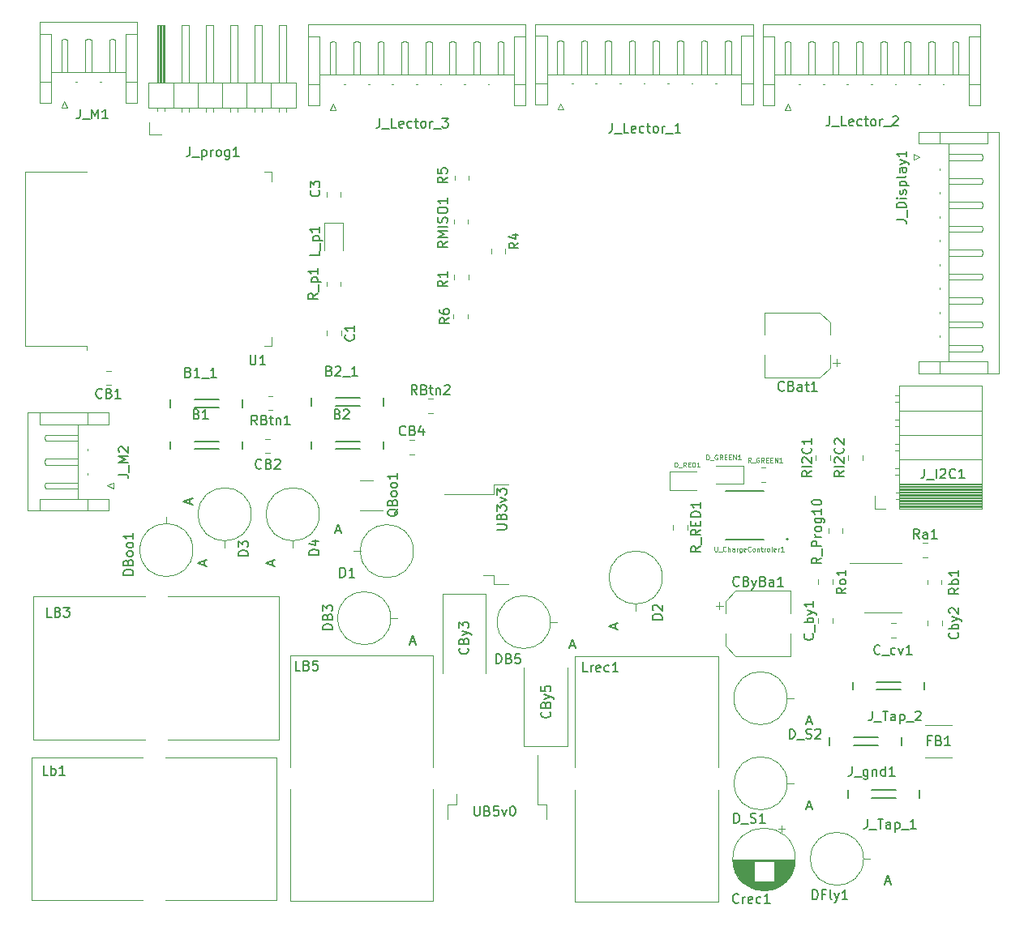
<source format=gbr>
%TF.GenerationSoftware,KiCad,Pcbnew,6.0.5-a6ca702e91~116~ubuntu20.04.1*%
%TF.CreationDate,2022-05-20T12:06:46-05:00*%
%TF.ProjectId,Easyrun,45617379-7275-46e2-9e6b-696361645f70,rev?*%
%TF.SameCoordinates,Original*%
%TF.FileFunction,Legend,Top*%
%TF.FilePolarity,Positive*%
%FSLAX46Y46*%
G04 Gerber Fmt 4.6, Leading zero omitted, Abs format (unit mm)*
G04 Created by KiCad (PCBNEW 6.0.5-a6ca702e91~116~ubuntu20.04.1) date 2022-05-20 12:06:46*
%MOMM*%
%LPD*%
G01*
G04 APERTURE LIST*
%ADD10C,0.150000*%
%ADD11C,0.125000*%
%ADD12C,0.120000*%
%ADD13C,0.127000*%
%ADD14C,0.200000*%
G04 APERTURE END LIST*
D10*
%TO.C,J_Lector_2*%
X186394038Y-59797380D02*
X186394038Y-60511666D01*
X186346419Y-60654523D01*
X186251180Y-60749761D01*
X186108323Y-60797380D01*
X186013085Y-60797380D01*
X186632133Y-60892619D02*
X187394038Y-60892619D01*
X188108323Y-60797380D02*
X187632133Y-60797380D01*
X187632133Y-59797380D01*
X188822609Y-60749761D02*
X188727371Y-60797380D01*
X188536895Y-60797380D01*
X188441657Y-60749761D01*
X188394038Y-60654523D01*
X188394038Y-60273571D01*
X188441657Y-60178333D01*
X188536895Y-60130714D01*
X188727371Y-60130714D01*
X188822609Y-60178333D01*
X188870228Y-60273571D01*
X188870228Y-60368809D01*
X188394038Y-60464047D01*
X189727371Y-60749761D02*
X189632133Y-60797380D01*
X189441657Y-60797380D01*
X189346419Y-60749761D01*
X189298800Y-60702142D01*
X189251180Y-60606904D01*
X189251180Y-60321190D01*
X189298800Y-60225952D01*
X189346419Y-60178333D01*
X189441657Y-60130714D01*
X189632133Y-60130714D01*
X189727371Y-60178333D01*
X190013085Y-60130714D02*
X190394038Y-60130714D01*
X190155942Y-59797380D02*
X190155942Y-60654523D01*
X190203561Y-60749761D01*
X190298800Y-60797380D01*
X190394038Y-60797380D01*
X190870228Y-60797380D02*
X190774990Y-60749761D01*
X190727371Y-60702142D01*
X190679752Y-60606904D01*
X190679752Y-60321190D01*
X190727371Y-60225952D01*
X190774990Y-60178333D01*
X190870228Y-60130714D01*
X191013085Y-60130714D01*
X191108323Y-60178333D01*
X191155942Y-60225952D01*
X191203561Y-60321190D01*
X191203561Y-60606904D01*
X191155942Y-60702142D01*
X191108323Y-60749761D01*
X191013085Y-60797380D01*
X190870228Y-60797380D01*
X191632133Y-60797380D02*
X191632133Y-60130714D01*
X191632133Y-60321190D02*
X191679752Y-60225952D01*
X191727371Y-60178333D01*
X191822609Y-60130714D01*
X191917847Y-60130714D01*
X192013085Y-60892619D02*
X192774990Y-60892619D01*
X192965466Y-59892619D02*
X193013085Y-59845000D01*
X193108323Y-59797380D01*
X193346419Y-59797380D01*
X193441657Y-59845000D01*
X193489276Y-59892619D01*
X193536895Y-59987857D01*
X193536895Y-60083095D01*
X193489276Y-60225952D01*
X192917847Y-60797380D01*
X193536895Y-60797380D01*
%TO.C,FB1*%
X196941066Y-125043571D02*
X196607733Y-125043571D01*
X196607733Y-125567380D02*
X196607733Y-124567380D01*
X197083923Y-124567380D01*
X197798209Y-125043571D02*
X197941066Y-125091190D01*
X197988685Y-125138809D01*
X198036304Y-125234047D01*
X198036304Y-125376904D01*
X197988685Y-125472142D01*
X197941066Y-125519761D01*
X197845828Y-125567380D01*
X197464876Y-125567380D01*
X197464876Y-124567380D01*
X197798209Y-124567380D01*
X197893447Y-124615000D01*
X197941066Y-124662619D01*
X197988685Y-124757857D01*
X197988685Y-124853095D01*
X197941066Y-124948333D01*
X197893447Y-124995952D01*
X197798209Y-125043571D01*
X197464876Y-125043571D01*
X198988685Y-125567380D02*
X198417257Y-125567380D01*
X198702971Y-125567380D02*
X198702971Y-124567380D01*
X198607733Y-124710238D01*
X198512495Y-124805476D01*
X198417257Y-124853095D01*
%TO.C,D1*%
X135263504Y-107990580D02*
X135263504Y-106990580D01*
X135501600Y-106990580D01*
X135644457Y-107038200D01*
X135739695Y-107133438D01*
X135787314Y-107228676D01*
X135834933Y-107419152D01*
X135834933Y-107562009D01*
X135787314Y-107752485D01*
X135739695Y-107847723D01*
X135644457Y-107942961D01*
X135501600Y-107990580D01*
X135263504Y-107990580D01*
X136787314Y-107990580D02*
X136215885Y-107990580D01*
X136501600Y-107990580D02*
X136501600Y-106990580D01*
X136406361Y-107133438D01*
X136311123Y-107228676D01*
X136215885Y-107276295D01*
X134839504Y-103118866D02*
X135315695Y-103118866D01*
X134744266Y-103404580D02*
X135077600Y-102404580D01*
X135410933Y-103404580D01*
%TO.C,C1*%
X136677142Y-82649166D02*
X136724761Y-82696785D01*
X136772380Y-82839642D01*
X136772380Y-82934880D01*
X136724761Y-83077738D01*
X136629523Y-83172976D01*
X136534285Y-83220595D01*
X136343809Y-83268214D01*
X136200952Y-83268214D01*
X136010476Y-83220595D01*
X135915238Y-83172976D01*
X135820000Y-83077738D01*
X135772380Y-82934880D01*
X135772380Y-82839642D01*
X135820000Y-82696785D01*
X135867619Y-82649166D01*
X136772380Y-81696785D02*
X136772380Y-82268214D01*
X136772380Y-81982500D02*
X135772380Y-81982500D01*
X135915238Y-82077738D01*
X136010476Y-82172976D01*
X136058095Y-82268214D01*
%TO.C,CB4*%
X142091333Y-93058142D02*
X142043714Y-93105761D01*
X141900857Y-93153380D01*
X141805619Y-93153380D01*
X141662761Y-93105761D01*
X141567523Y-93010523D01*
X141519904Y-92915285D01*
X141472285Y-92724809D01*
X141472285Y-92581952D01*
X141519904Y-92391476D01*
X141567523Y-92296238D01*
X141662761Y-92201000D01*
X141805619Y-92153380D01*
X141900857Y-92153380D01*
X142043714Y-92201000D01*
X142091333Y-92248619D01*
X142853238Y-92629571D02*
X142996095Y-92677190D01*
X143043714Y-92724809D01*
X143091333Y-92820047D01*
X143091333Y-92962904D01*
X143043714Y-93058142D01*
X142996095Y-93105761D01*
X142900857Y-93153380D01*
X142519904Y-93153380D01*
X142519904Y-92153380D01*
X142853238Y-92153380D01*
X142948476Y-92201000D01*
X142996095Y-92248619D01*
X143043714Y-92343857D01*
X143043714Y-92439095D01*
X142996095Y-92534333D01*
X142948476Y-92581952D01*
X142853238Y-92629571D01*
X142519904Y-92629571D01*
X143948476Y-92486714D02*
X143948476Y-93153380D01*
X143710380Y-92105761D02*
X143472285Y-92820047D01*
X144091333Y-92820047D01*
%TO.C,CB1*%
X110398333Y-89182142D02*
X110350714Y-89229761D01*
X110207857Y-89277380D01*
X110112619Y-89277380D01*
X109969761Y-89229761D01*
X109874523Y-89134523D01*
X109826904Y-89039285D01*
X109779285Y-88848809D01*
X109779285Y-88705952D01*
X109826904Y-88515476D01*
X109874523Y-88420238D01*
X109969761Y-88325000D01*
X110112619Y-88277380D01*
X110207857Y-88277380D01*
X110350714Y-88325000D01*
X110398333Y-88372619D01*
X111160238Y-88753571D02*
X111303095Y-88801190D01*
X111350714Y-88848809D01*
X111398333Y-88944047D01*
X111398333Y-89086904D01*
X111350714Y-89182142D01*
X111303095Y-89229761D01*
X111207857Y-89277380D01*
X110826904Y-89277380D01*
X110826904Y-88277380D01*
X111160238Y-88277380D01*
X111255476Y-88325000D01*
X111303095Y-88372619D01*
X111350714Y-88467857D01*
X111350714Y-88563095D01*
X111303095Y-88658333D01*
X111255476Y-88705952D01*
X111160238Y-88753571D01*
X110826904Y-88753571D01*
X112350714Y-89277380D02*
X111779285Y-89277380D01*
X112065000Y-89277380D02*
X112065000Y-88277380D01*
X111969761Y-88420238D01*
X111874523Y-88515476D01*
X111779285Y-88563095D01*
%TO.C,J_Lector_1*%
X163676438Y-60513980D02*
X163676438Y-61228266D01*
X163628819Y-61371123D01*
X163533580Y-61466361D01*
X163390723Y-61513980D01*
X163295485Y-61513980D01*
X163914533Y-61609219D02*
X164676438Y-61609219D01*
X165390723Y-61513980D02*
X164914533Y-61513980D01*
X164914533Y-60513980D01*
X166105009Y-61466361D02*
X166009771Y-61513980D01*
X165819295Y-61513980D01*
X165724057Y-61466361D01*
X165676438Y-61371123D01*
X165676438Y-60990171D01*
X165724057Y-60894933D01*
X165819295Y-60847314D01*
X166009771Y-60847314D01*
X166105009Y-60894933D01*
X166152628Y-60990171D01*
X166152628Y-61085409D01*
X165676438Y-61180647D01*
X167009771Y-61466361D02*
X166914533Y-61513980D01*
X166724057Y-61513980D01*
X166628819Y-61466361D01*
X166581200Y-61418742D01*
X166533580Y-61323504D01*
X166533580Y-61037790D01*
X166581200Y-60942552D01*
X166628819Y-60894933D01*
X166724057Y-60847314D01*
X166914533Y-60847314D01*
X167009771Y-60894933D01*
X167295485Y-60847314D02*
X167676438Y-60847314D01*
X167438342Y-60513980D02*
X167438342Y-61371123D01*
X167485961Y-61466361D01*
X167581200Y-61513980D01*
X167676438Y-61513980D01*
X168152628Y-61513980D02*
X168057390Y-61466361D01*
X168009771Y-61418742D01*
X167962152Y-61323504D01*
X167962152Y-61037790D01*
X168009771Y-60942552D01*
X168057390Y-60894933D01*
X168152628Y-60847314D01*
X168295485Y-60847314D01*
X168390723Y-60894933D01*
X168438342Y-60942552D01*
X168485961Y-61037790D01*
X168485961Y-61323504D01*
X168438342Y-61418742D01*
X168390723Y-61466361D01*
X168295485Y-61513980D01*
X168152628Y-61513980D01*
X168914533Y-61513980D02*
X168914533Y-60847314D01*
X168914533Y-61037790D02*
X168962152Y-60942552D01*
X169009771Y-60894933D01*
X169105009Y-60847314D01*
X169200247Y-60847314D01*
X169295485Y-61609219D02*
X170057390Y-61609219D01*
X170819295Y-61513980D02*
X170247866Y-61513980D01*
X170533580Y-61513980D02*
X170533580Y-60513980D01*
X170438342Y-60656838D01*
X170343104Y-60752076D01*
X170247866Y-60799695D01*
%TO.C,DFly1*%
X184590476Y-141652380D02*
X184590476Y-140652380D01*
X184828571Y-140652380D01*
X184971428Y-140700000D01*
X185066666Y-140795238D01*
X185114285Y-140890476D01*
X185161904Y-141080952D01*
X185161904Y-141223809D01*
X185114285Y-141414285D01*
X185066666Y-141509523D01*
X184971428Y-141604761D01*
X184828571Y-141652380D01*
X184590476Y-141652380D01*
X185923809Y-141128571D02*
X185590476Y-141128571D01*
X185590476Y-141652380D02*
X185590476Y-140652380D01*
X186066666Y-140652380D01*
X186590476Y-141652380D02*
X186495238Y-141604761D01*
X186447619Y-141509523D01*
X186447619Y-140652380D01*
X186876190Y-140985714D02*
X187114285Y-141652380D01*
X187352380Y-140985714D02*
X187114285Y-141652380D01*
X187019047Y-141890476D01*
X186971428Y-141938095D01*
X186876190Y-141985714D01*
X188257142Y-141652380D02*
X187685714Y-141652380D01*
X187971428Y-141652380D02*
X187971428Y-140652380D01*
X187876190Y-140795238D01*
X187780952Y-140890476D01*
X187685714Y-140938095D01*
X192202304Y-139810466D02*
X192678495Y-139810466D01*
X192107066Y-140096180D02*
X192440400Y-139096180D01*
X192773733Y-140096180D01*
%TO.C,Ra1*%
X195732952Y-103952980D02*
X195399619Y-103476790D01*
X195161523Y-103952980D02*
X195161523Y-102952980D01*
X195542476Y-102952980D01*
X195637714Y-103000600D01*
X195685333Y-103048219D01*
X195732952Y-103143457D01*
X195732952Y-103286314D01*
X195685333Y-103381552D01*
X195637714Y-103429171D01*
X195542476Y-103476790D01*
X195161523Y-103476790D01*
X196590095Y-103952980D02*
X196590095Y-103429171D01*
X196542476Y-103333933D01*
X196447238Y-103286314D01*
X196256761Y-103286314D01*
X196161523Y-103333933D01*
X196590095Y-103905361D02*
X196494857Y-103952980D01*
X196256761Y-103952980D01*
X196161523Y-103905361D01*
X196113904Y-103810123D01*
X196113904Y-103714885D01*
X196161523Y-103619647D01*
X196256761Y-103572028D01*
X196494857Y-103572028D01*
X196590095Y-103524409D01*
X197590095Y-103952980D02*
X197018666Y-103952980D01*
X197304380Y-103952980D02*
X197304380Y-102952980D01*
X197209142Y-103095838D01*
X197113904Y-103191076D01*
X197018666Y-103238695D01*
%TO.C,CBy3*%
X148581542Y-115389019D02*
X148629161Y-115436638D01*
X148676780Y-115579495D01*
X148676780Y-115674733D01*
X148629161Y-115817590D01*
X148533923Y-115912828D01*
X148438685Y-115960447D01*
X148248209Y-116008066D01*
X148105352Y-116008066D01*
X147914876Y-115960447D01*
X147819638Y-115912828D01*
X147724400Y-115817590D01*
X147676780Y-115674733D01*
X147676780Y-115579495D01*
X147724400Y-115436638D01*
X147772019Y-115389019D01*
X148152971Y-114627114D02*
X148200590Y-114484257D01*
X148248209Y-114436638D01*
X148343447Y-114389019D01*
X148486304Y-114389019D01*
X148581542Y-114436638D01*
X148629161Y-114484257D01*
X148676780Y-114579495D01*
X148676780Y-114960447D01*
X147676780Y-114960447D01*
X147676780Y-114627114D01*
X147724400Y-114531876D01*
X147772019Y-114484257D01*
X147867257Y-114436638D01*
X147962495Y-114436638D01*
X148057733Y-114484257D01*
X148105352Y-114531876D01*
X148152971Y-114627114D01*
X148152971Y-114960447D01*
X148010114Y-114055685D02*
X148676780Y-113817590D01*
X148010114Y-113579495D02*
X148676780Y-113817590D01*
X148914876Y-113912828D01*
X148962495Y-113960447D01*
X149010114Y-114055685D01*
X147676780Y-113293780D02*
X147676780Y-112674733D01*
X148057733Y-113008066D01*
X148057733Y-112865209D01*
X148105352Y-112769971D01*
X148152971Y-112722352D01*
X148248209Y-112674733D01*
X148486304Y-112674733D01*
X148581542Y-112722352D01*
X148629161Y-112769971D01*
X148676780Y-112865209D01*
X148676780Y-113150923D01*
X148629161Y-113246161D01*
X148581542Y-113293780D01*
%TO.C,C3*%
X133047142Y-67561666D02*
X133094761Y-67609285D01*
X133142380Y-67752142D01*
X133142380Y-67847380D01*
X133094761Y-67990238D01*
X132999523Y-68085476D01*
X132904285Y-68133095D01*
X132713809Y-68180714D01*
X132570952Y-68180714D01*
X132380476Y-68133095D01*
X132285238Y-68085476D01*
X132190000Y-67990238D01*
X132142380Y-67847380D01*
X132142380Y-67752142D01*
X132190000Y-67609285D01*
X132237619Y-67561666D01*
X132142380Y-67228333D02*
X132142380Y-66609285D01*
X132523333Y-66942619D01*
X132523333Y-66799761D01*
X132570952Y-66704523D01*
X132618571Y-66656904D01*
X132713809Y-66609285D01*
X132951904Y-66609285D01*
X133047142Y-66656904D01*
X133094761Y-66704523D01*
X133142380Y-66799761D01*
X133142380Y-67085476D01*
X133094761Y-67180714D01*
X133047142Y-67228333D01*
%TO.C,J_gnd1*%
X188715575Y-127746736D02*
X188715575Y-128462208D01*
X188667877Y-128605302D01*
X188572481Y-128700699D01*
X188429386Y-128748397D01*
X188333990Y-128748397D01*
X188954066Y-128843793D02*
X189717236Y-128843793D01*
X190385010Y-128080623D02*
X190385010Y-128891491D01*
X190337312Y-128986888D01*
X190289614Y-129034586D01*
X190194218Y-129082284D01*
X190051123Y-129082284D01*
X189955727Y-129034586D01*
X190385010Y-128700699D02*
X190289614Y-128748397D01*
X190098821Y-128748397D01*
X190003425Y-128700699D01*
X189955727Y-128653001D01*
X189908029Y-128557604D01*
X189908029Y-128271415D01*
X189955727Y-128176019D01*
X190003425Y-128128321D01*
X190098821Y-128080623D01*
X190289614Y-128080623D01*
X190385010Y-128128321D01*
X190861992Y-128080623D02*
X190861992Y-128748397D01*
X190861992Y-128176019D02*
X190909690Y-128128321D01*
X191005086Y-128080623D01*
X191148181Y-128080623D01*
X191243577Y-128128321D01*
X191291275Y-128223717D01*
X191291275Y-128748397D01*
X192197540Y-128748397D02*
X192197540Y-127746736D01*
X192197540Y-128700699D02*
X192102143Y-128748397D01*
X191911351Y-128748397D01*
X191815955Y-128700699D01*
X191768256Y-128653001D01*
X191720558Y-128557604D01*
X191720558Y-128271415D01*
X191768256Y-128176019D01*
X191815955Y-128128321D01*
X191911351Y-128080623D01*
X192102143Y-128080623D01*
X192197540Y-128128321D01*
X193199201Y-128748397D02*
X192626823Y-128748397D01*
X192913012Y-128748397D02*
X192913012Y-127746736D01*
X192817616Y-127889830D01*
X192722219Y-127985227D01*
X192626823Y-128032925D01*
%TO.C,LB3*%
X105146733Y-112136180D02*
X104670542Y-112136180D01*
X104670542Y-111136180D01*
X105813400Y-111612371D02*
X105956257Y-111659990D01*
X106003876Y-111707609D01*
X106051495Y-111802847D01*
X106051495Y-111945704D01*
X106003876Y-112040942D01*
X105956257Y-112088561D01*
X105861019Y-112136180D01*
X105480066Y-112136180D01*
X105480066Y-111136180D01*
X105813400Y-111136180D01*
X105908638Y-111183800D01*
X105956257Y-111231419D01*
X106003876Y-111326657D01*
X106003876Y-111421895D01*
X105956257Y-111517133D01*
X105908638Y-111564752D01*
X105813400Y-111612371D01*
X105480066Y-111612371D01*
X106384828Y-111136180D02*
X107003876Y-111136180D01*
X106670542Y-111517133D01*
X106813400Y-111517133D01*
X106908638Y-111564752D01*
X106956257Y-111612371D01*
X107003876Y-111707609D01*
X107003876Y-111945704D01*
X106956257Y-112040942D01*
X106908638Y-112088561D01*
X106813400Y-112136180D01*
X106527685Y-112136180D01*
X106432447Y-112088561D01*
X106384828Y-112040942D01*
%TO.C,Lb1*%
X104780952Y-128652380D02*
X104304761Y-128652380D01*
X104304761Y-127652380D01*
X105114285Y-128652380D02*
X105114285Y-127652380D01*
X105114285Y-128033333D02*
X105209523Y-127985714D01*
X105400000Y-127985714D01*
X105495238Y-128033333D01*
X105542857Y-128080952D01*
X105590476Y-128176190D01*
X105590476Y-128461904D01*
X105542857Y-128557142D01*
X105495238Y-128604761D01*
X105400000Y-128652380D01*
X105209523Y-128652380D01*
X105114285Y-128604761D01*
X106542857Y-128652380D02*
X105971428Y-128652380D01*
X106257142Y-128652380D02*
X106257142Y-127652380D01*
X106161904Y-127795238D01*
X106066666Y-127890476D01*
X105971428Y-127938095D01*
%TO.C,D3*%
X125652380Y-105738095D02*
X124652380Y-105738095D01*
X124652380Y-105500000D01*
X124700000Y-105357142D01*
X124795238Y-105261904D01*
X124890476Y-105214285D01*
X125080952Y-105166666D01*
X125223809Y-105166666D01*
X125414285Y-105214285D01*
X125509523Y-105261904D01*
X125604761Y-105357142D01*
X125652380Y-105500000D01*
X125652380Y-105738095D01*
X124652380Y-104833333D02*
X124652380Y-104214285D01*
X125033333Y-104547619D01*
X125033333Y-104404761D01*
X125080952Y-104309523D01*
X125128571Y-104261904D01*
X125223809Y-104214285D01*
X125461904Y-104214285D01*
X125557142Y-104261904D01*
X125604761Y-104309523D01*
X125652380Y-104404761D01*
X125652380Y-104690476D01*
X125604761Y-104785714D01*
X125557142Y-104833333D01*
X121086666Y-106723095D02*
X121086666Y-106246904D01*
X121372380Y-106818333D02*
X120372380Y-106485000D01*
X121372380Y-106151666D01*
%TO.C,J_Lector_3*%
X139404038Y-60000580D02*
X139404038Y-60714866D01*
X139356419Y-60857723D01*
X139261180Y-60952961D01*
X139118323Y-61000580D01*
X139023085Y-61000580D01*
X139642133Y-61095819D02*
X140404038Y-61095819D01*
X141118323Y-61000580D02*
X140642133Y-61000580D01*
X140642133Y-60000580D01*
X141832609Y-60952961D02*
X141737371Y-61000580D01*
X141546895Y-61000580D01*
X141451657Y-60952961D01*
X141404038Y-60857723D01*
X141404038Y-60476771D01*
X141451657Y-60381533D01*
X141546895Y-60333914D01*
X141737371Y-60333914D01*
X141832609Y-60381533D01*
X141880228Y-60476771D01*
X141880228Y-60572009D01*
X141404038Y-60667247D01*
X142737371Y-60952961D02*
X142642133Y-61000580D01*
X142451657Y-61000580D01*
X142356419Y-60952961D01*
X142308800Y-60905342D01*
X142261180Y-60810104D01*
X142261180Y-60524390D01*
X142308800Y-60429152D01*
X142356419Y-60381533D01*
X142451657Y-60333914D01*
X142642133Y-60333914D01*
X142737371Y-60381533D01*
X143023085Y-60333914D02*
X143404038Y-60333914D01*
X143165942Y-60000580D02*
X143165942Y-60857723D01*
X143213561Y-60952961D01*
X143308800Y-61000580D01*
X143404038Y-61000580D01*
X143880228Y-61000580D02*
X143784990Y-60952961D01*
X143737371Y-60905342D01*
X143689752Y-60810104D01*
X143689752Y-60524390D01*
X143737371Y-60429152D01*
X143784990Y-60381533D01*
X143880228Y-60333914D01*
X144023085Y-60333914D01*
X144118323Y-60381533D01*
X144165942Y-60429152D01*
X144213561Y-60524390D01*
X144213561Y-60810104D01*
X144165942Y-60905342D01*
X144118323Y-60952961D01*
X144023085Y-61000580D01*
X143880228Y-61000580D01*
X144642133Y-61000580D02*
X144642133Y-60333914D01*
X144642133Y-60524390D02*
X144689752Y-60429152D01*
X144737371Y-60381533D01*
X144832609Y-60333914D01*
X144927847Y-60333914D01*
X145023085Y-61095819D02*
X145784990Y-61095819D01*
X145927847Y-60000580D02*
X146546895Y-60000580D01*
X146213561Y-60381533D01*
X146356419Y-60381533D01*
X146451657Y-60429152D01*
X146499276Y-60476771D01*
X146546895Y-60572009D01*
X146546895Y-60810104D01*
X146499276Y-60905342D01*
X146451657Y-60952961D01*
X146356419Y-61000580D01*
X146070704Y-61000580D01*
X145975466Y-60952961D01*
X145927847Y-60905342D01*
%TO.C,RI2C1*%
X184486380Y-96879552D02*
X184010190Y-97212885D01*
X184486380Y-97450980D02*
X183486380Y-97450980D01*
X183486380Y-97070028D01*
X183534000Y-96974790D01*
X183581619Y-96927171D01*
X183676857Y-96879552D01*
X183819714Y-96879552D01*
X183914952Y-96927171D01*
X183962571Y-96974790D01*
X184010190Y-97070028D01*
X184010190Y-97450980D01*
X184486380Y-96450980D02*
X183486380Y-96450980D01*
X183581619Y-96022409D02*
X183534000Y-95974790D01*
X183486380Y-95879552D01*
X183486380Y-95641457D01*
X183534000Y-95546219D01*
X183581619Y-95498600D01*
X183676857Y-95450980D01*
X183772095Y-95450980D01*
X183914952Y-95498600D01*
X184486380Y-96070028D01*
X184486380Y-95450980D01*
X184391142Y-94450980D02*
X184438761Y-94498600D01*
X184486380Y-94641457D01*
X184486380Y-94736695D01*
X184438761Y-94879552D01*
X184343523Y-94974790D01*
X184248285Y-95022409D01*
X184057809Y-95070028D01*
X183914952Y-95070028D01*
X183724476Y-95022409D01*
X183629238Y-94974790D01*
X183534000Y-94879552D01*
X183486380Y-94736695D01*
X183486380Y-94641457D01*
X183534000Y-94498600D01*
X183581619Y-94450980D01*
X184486380Y-93498600D02*
X184486380Y-94070028D01*
X184486380Y-93784314D02*
X183486380Y-93784314D01*
X183629238Y-93879552D01*
X183724476Y-93974790D01*
X183772095Y-94070028D01*
%TO.C,CB2*%
X127054533Y-96557142D02*
X127006914Y-96604761D01*
X126864057Y-96652380D01*
X126768819Y-96652380D01*
X126625961Y-96604761D01*
X126530723Y-96509523D01*
X126483104Y-96414285D01*
X126435485Y-96223809D01*
X126435485Y-96080952D01*
X126483104Y-95890476D01*
X126530723Y-95795238D01*
X126625961Y-95700000D01*
X126768819Y-95652380D01*
X126864057Y-95652380D01*
X127006914Y-95700000D01*
X127054533Y-95747619D01*
X127816438Y-96128571D02*
X127959295Y-96176190D01*
X128006914Y-96223809D01*
X128054533Y-96319047D01*
X128054533Y-96461904D01*
X128006914Y-96557142D01*
X127959295Y-96604761D01*
X127864057Y-96652380D01*
X127483104Y-96652380D01*
X127483104Y-95652380D01*
X127816438Y-95652380D01*
X127911676Y-95700000D01*
X127959295Y-95747619D01*
X128006914Y-95842857D01*
X128006914Y-95938095D01*
X127959295Y-96033333D01*
X127911676Y-96080952D01*
X127816438Y-96128571D01*
X127483104Y-96128571D01*
X128435485Y-95747619D02*
X128483104Y-95700000D01*
X128578342Y-95652380D01*
X128816438Y-95652380D01*
X128911676Y-95700000D01*
X128959295Y-95747619D01*
X129006914Y-95842857D01*
X129006914Y-95938095D01*
X128959295Y-96080952D01*
X128387866Y-96652380D01*
X129006914Y-96652380D01*
%TO.C,B1_1*%
X119420354Y-86557187D02*
X119563448Y-86604885D01*
X119611146Y-86652584D01*
X119658844Y-86747980D01*
X119658844Y-86891074D01*
X119611146Y-86986471D01*
X119563448Y-87034169D01*
X119468052Y-87081867D01*
X119086467Y-87081867D01*
X119086467Y-86080206D01*
X119420354Y-86080206D01*
X119515750Y-86127904D01*
X119563448Y-86175602D01*
X119611146Y-86270998D01*
X119611146Y-86366395D01*
X119563448Y-86461791D01*
X119515750Y-86509489D01*
X119420354Y-86557187D01*
X119086467Y-86557187D01*
X120612807Y-87081867D02*
X120040430Y-87081867D01*
X120326618Y-87081867D02*
X120326618Y-86080206D01*
X120231222Y-86223300D01*
X120135826Y-86318697D01*
X120040430Y-86366395D01*
X120803600Y-87177263D02*
X121566770Y-87177263D01*
X122329940Y-87081867D02*
X121757563Y-87081867D01*
X122043752Y-87081867D02*
X122043752Y-86080206D01*
X121948355Y-86223300D01*
X121852959Y-86318697D01*
X121757563Y-86366395D01*
%TO.C,R6*%
X146642380Y-80886666D02*
X146166190Y-81220000D01*
X146642380Y-81458095D02*
X145642380Y-81458095D01*
X145642380Y-81077142D01*
X145690000Y-80981904D01*
X145737619Y-80934285D01*
X145832857Y-80886666D01*
X145975714Y-80886666D01*
X146070952Y-80934285D01*
X146118571Y-80981904D01*
X146166190Y-81077142D01*
X146166190Y-81458095D01*
X145642380Y-80029523D02*
X145642380Y-80220000D01*
X145690000Y-80315238D01*
X145737619Y-80362857D01*
X145880476Y-80458095D01*
X146070952Y-80505714D01*
X146451904Y-80505714D01*
X146547142Y-80458095D01*
X146594761Y-80410476D01*
X146642380Y-80315238D01*
X146642380Y-80124761D01*
X146594761Y-80029523D01*
X146547142Y-79981904D01*
X146451904Y-79934285D01*
X146213809Y-79934285D01*
X146118571Y-79981904D01*
X146070952Y-80029523D01*
X146023333Y-80124761D01*
X146023333Y-80315238D01*
X146070952Y-80410476D01*
X146118571Y-80458095D01*
X146213809Y-80505714D01*
%TO.C,R_RED1*%
X172901980Y-104763000D02*
X172425790Y-105096333D01*
X172901980Y-105334428D02*
X171901980Y-105334428D01*
X171901980Y-104953476D01*
X171949600Y-104858238D01*
X171997219Y-104810619D01*
X172092457Y-104763000D01*
X172235314Y-104763000D01*
X172330552Y-104810619D01*
X172378171Y-104858238D01*
X172425790Y-104953476D01*
X172425790Y-105334428D01*
X172997219Y-104572523D02*
X172997219Y-103810619D01*
X172901980Y-103001095D02*
X172425790Y-103334428D01*
X172901980Y-103572523D02*
X171901980Y-103572523D01*
X171901980Y-103191571D01*
X171949600Y-103096333D01*
X171997219Y-103048714D01*
X172092457Y-103001095D01*
X172235314Y-103001095D01*
X172330552Y-103048714D01*
X172378171Y-103096333D01*
X172425790Y-103191571D01*
X172425790Y-103572523D01*
X172378171Y-102572523D02*
X172378171Y-102239190D01*
X172901980Y-102096333D02*
X172901980Y-102572523D01*
X171901980Y-102572523D01*
X171901980Y-102096333D01*
X172901980Y-101667761D02*
X171901980Y-101667761D01*
X171901980Y-101429666D01*
X171949600Y-101286809D01*
X172044838Y-101191571D01*
X172140076Y-101143952D01*
X172330552Y-101096333D01*
X172473409Y-101096333D01*
X172663885Y-101143952D01*
X172759123Y-101191571D01*
X172854361Y-101286809D01*
X172901980Y-101429666D01*
X172901980Y-101667761D01*
X172901980Y-100143952D02*
X172901980Y-100715380D01*
X172901980Y-100429666D02*
X171901980Y-100429666D01*
X172044838Y-100524904D01*
X172140076Y-100620142D01*
X172187695Y-100715380D01*
%TO.C,J_Display1*%
X193365980Y-70607761D02*
X194080266Y-70607761D01*
X194223123Y-70655380D01*
X194318361Y-70750619D01*
X194365980Y-70893476D01*
X194365980Y-70988714D01*
X194461219Y-70369666D02*
X194461219Y-69607761D01*
X194365980Y-69369666D02*
X193365980Y-69369666D01*
X193365980Y-69131571D01*
X193413600Y-68988714D01*
X193508838Y-68893476D01*
X193604076Y-68845857D01*
X193794552Y-68798238D01*
X193937409Y-68798238D01*
X194127885Y-68845857D01*
X194223123Y-68893476D01*
X194318361Y-68988714D01*
X194365980Y-69131571D01*
X194365980Y-69369666D01*
X194365980Y-68369666D02*
X193699314Y-68369666D01*
X193365980Y-68369666D02*
X193413600Y-68417285D01*
X193461219Y-68369666D01*
X193413600Y-68322047D01*
X193365980Y-68369666D01*
X193461219Y-68369666D01*
X194318361Y-67941095D02*
X194365980Y-67845857D01*
X194365980Y-67655380D01*
X194318361Y-67560142D01*
X194223123Y-67512523D01*
X194175504Y-67512523D01*
X194080266Y-67560142D01*
X194032647Y-67655380D01*
X194032647Y-67798238D01*
X193985028Y-67893476D01*
X193889790Y-67941095D01*
X193842171Y-67941095D01*
X193746933Y-67893476D01*
X193699314Y-67798238D01*
X193699314Y-67655380D01*
X193746933Y-67560142D01*
X193699314Y-67083952D02*
X194699314Y-67083952D01*
X193746933Y-67083952D02*
X193699314Y-66988714D01*
X193699314Y-66798238D01*
X193746933Y-66703000D01*
X193794552Y-66655380D01*
X193889790Y-66607761D01*
X194175504Y-66607761D01*
X194270742Y-66655380D01*
X194318361Y-66703000D01*
X194365980Y-66798238D01*
X194365980Y-66988714D01*
X194318361Y-67083952D01*
X194365980Y-66036333D02*
X194318361Y-66131571D01*
X194223123Y-66179190D01*
X193365980Y-66179190D01*
X194365980Y-65226809D02*
X193842171Y-65226809D01*
X193746933Y-65274428D01*
X193699314Y-65369666D01*
X193699314Y-65560142D01*
X193746933Y-65655380D01*
X194318361Y-65226809D02*
X194365980Y-65322047D01*
X194365980Y-65560142D01*
X194318361Y-65655380D01*
X194223123Y-65703000D01*
X194127885Y-65703000D01*
X194032647Y-65655380D01*
X193985028Y-65560142D01*
X193985028Y-65322047D01*
X193937409Y-65226809D01*
X193699314Y-64845857D02*
X194365980Y-64607761D01*
X193699314Y-64369666D02*
X194365980Y-64607761D01*
X194604076Y-64703000D01*
X194651695Y-64750619D01*
X194699314Y-64845857D01*
X194365980Y-63464904D02*
X194365980Y-64036333D01*
X194365980Y-63750619D02*
X193365980Y-63750619D01*
X193508838Y-63845857D01*
X193604076Y-63941095D01*
X193651695Y-64036333D01*
%TO.C,R5*%
X146452380Y-66166666D02*
X145976190Y-66500000D01*
X146452380Y-66738095D02*
X145452380Y-66738095D01*
X145452380Y-66357142D01*
X145500000Y-66261904D01*
X145547619Y-66214285D01*
X145642857Y-66166666D01*
X145785714Y-66166666D01*
X145880952Y-66214285D01*
X145928571Y-66261904D01*
X145976190Y-66357142D01*
X145976190Y-66738095D01*
X145452380Y-65261904D02*
X145452380Y-65738095D01*
X145928571Y-65785714D01*
X145880952Y-65738095D01*
X145833333Y-65642857D01*
X145833333Y-65404761D01*
X145880952Y-65309523D01*
X145928571Y-65261904D01*
X146023809Y-65214285D01*
X146261904Y-65214285D01*
X146357142Y-65261904D01*
X146404761Y-65309523D01*
X146452380Y-65404761D01*
X146452380Y-65642857D01*
X146404761Y-65738095D01*
X146357142Y-65785714D01*
%TO.C,CBat1*%
X181637638Y-88420142D02*
X181590019Y-88467761D01*
X181447161Y-88515380D01*
X181351923Y-88515380D01*
X181209066Y-88467761D01*
X181113828Y-88372523D01*
X181066209Y-88277285D01*
X181018590Y-88086809D01*
X181018590Y-87943952D01*
X181066209Y-87753476D01*
X181113828Y-87658238D01*
X181209066Y-87563000D01*
X181351923Y-87515380D01*
X181447161Y-87515380D01*
X181590019Y-87563000D01*
X181637638Y-87610619D01*
X182399542Y-87991571D02*
X182542400Y-88039190D01*
X182590019Y-88086809D01*
X182637638Y-88182047D01*
X182637638Y-88324904D01*
X182590019Y-88420142D01*
X182542400Y-88467761D01*
X182447161Y-88515380D01*
X182066209Y-88515380D01*
X182066209Y-87515380D01*
X182399542Y-87515380D01*
X182494780Y-87563000D01*
X182542400Y-87610619D01*
X182590019Y-87705857D01*
X182590019Y-87801095D01*
X182542400Y-87896333D01*
X182494780Y-87943952D01*
X182399542Y-87991571D01*
X182066209Y-87991571D01*
X183494780Y-88515380D02*
X183494780Y-87991571D01*
X183447161Y-87896333D01*
X183351923Y-87848714D01*
X183161447Y-87848714D01*
X183066209Y-87896333D01*
X183494780Y-88467761D02*
X183399542Y-88515380D01*
X183161447Y-88515380D01*
X183066209Y-88467761D01*
X183018590Y-88372523D01*
X183018590Y-88277285D01*
X183066209Y-88182047D01*
X183161447Y-88134428D01*
X183399542Y-88134428D01*
X183494780Y-88086809D01*
X183828114Y-87848714D02*
X184209066Y-87848714D01*
X183970971Y-87515380D02*
X183970971Y-88372523D01*
X184018590Y-88467761D01*
X184113828Y-88515380D01*
X184209066Y-88515380D01*
X185066209Y-88515380D02*
X184494780Y-88515380D01*
X184780495Y-88515380D02*
X184780495Y-87515380D01*
X184685257Y-87658238D01*
X184590019Y-87753476D01*
X184494780Y-87801095D01*
D11*
%TO.C,U_ChargeControler1*%
X174367161Y-104775190D02*
X174367161Y-105179952D01*
X174390971Y-105227571D01*
X174414780Y-105251380D01*
X174462400Y-105275190D01*
X174557638Y-105275190D01*
X174605257Y-105251380D01*
X174629066Y-105227571D01*
X174652876Y-105179952D01*
X174652876Y-104775190D01*
X174771923Y-105322809D02*
X175152876Y-105322809D01*
X175557638Y-105227571D02*
X175533828Y-105251380D01*
X175462400Y-105275190D01*
X175414780Y-105275190D01*
X175343352Y-105251380D01*
X175295733Y-105203761D01*
X175271923Y-105156142D01*
X175248114Y-105060904D01*
X175248114Y-104989476D01*
X175271923Y-104894238D01*
X175295733Y-104846619D01*
X175343352Y-104799000D01*
X175414780Y-104775190D01*
X175462400Y-104775190D01*
X175533828Y-104799000D01*
X175557638Y-104822809D01*
X175771923Y-105275190D02*
X175771923Y-104775190D01*
X175986209Y-105275190D02*
X175986209Y-105013285D01*
X175962400Y-104965666D01*
X175914780Y-104941857D01*
X175843352Y-104941857D01*
X175795733Y-104965666D01*
X175771923Y-104989476D01*
X176438590Y-105275190D02*
X176438590Y-105013285D01*
X176414780Y-104965666D01*
X176367161Y-104941857D01*
X176271923Y-104941857D01*
X176224304Y-104965666D01*
X176438590Y-105251380D02*
X176390971Y-105275190D01*
X176271923Y-105275190D01*
X176224304Y-105251380D01*
X176200495Y-105203761D01*
X176200495Y-105156142D01*
X176224304Y-105108523D01*
X176271923Y-105084714D01*
X176390971Y-105084714D01*
X176438590Y-105060904D01*
X176676685Y-105275190D02*
X176676685Y-104941857D01*
X176676685Y-105037095D02*
X176700495Y-104989476D01*
X176724304Y-104965666D01*
X176771923Y-104941857D01*
X176819542Y-104941857D01*
X177200495Y-104941857D02*
X177200495Y-105346619D01*
X177176685Y-105394238D01*
X177152876Y-105418047D01*
X177105257Y-105441857D01*
X177033828Y-105441857D01*
X176986209Y-105418047D01*
X177200495Y-105251380D02*
X177152876Y-105275190D01*
X177057638Y-105275190D01*
X177010019Y-105251380D01*
X176986209Y-105227571D01*
X176962400Y-105179952D01*
X176962400Y-105037095D01*
X176986209Y-104989476D01*
X177010019Y-104965666D01*
X177057638Y-104941857D01*
X177152876Y-104941857D01*
X177200495Y-104965666D01*
X177629066Y-105251380D02*
X177581447Y-105275190D01*
X177486209Y-105275190D01*
X177438590Y-105251380D01*
X177414780Y-105203761D01*
X177414780Y-105013285D01*
X177438590Y-104965666D01*
X177486209Y-104941857D01*
X177581447Y-104941857D01*
X177629066Y-104965666D01*
X177652876Y-105013285D01*
X177652876Y-105060904D01*
X177414780Y-105108523D01*
X178152876Y-105227571D02*
X178129066Y-105251380D01*
X178057638Y-105275190D01*
X178010019Y-105275190D01*
X177938590Y-105251380D01*
X177890971Y-105203761D01*
X177867161Y-105156142D01*
X177843352Y-105060904D01*
X177843352Y-104989476D01*
X177867161Y-104894238D01*
X177890971Y-104846619D01*
X177938590Y-104799000D01*
X178010019Y-104775190D01*
X178057638Y-104775190D01*
X178129066Y-104799000D01*
X178152876Y-104822809D01*
X178438590Y-105275190D02*
X178390971Y-105251380D01*
X178367161Y-105227571D01*
X178343352Y-105179952D01*
X178343352Y-105037095D01*
X178367161Y-104989476D01*
X178390971Y-104965666D01*
X178438590Y-104941857D01*
X178510019Y-104941857D01*
X178557638Y-104965666D01*
X178581447Y-104989476D01*
X178605257Y-105037095D01*
X178605257Y-105179952D01*
X178581447Y-105227571D01*
X178557638Y-105251380D01*
X178510019Y-105275190D01*
X178438590Y-105275190D01*
X178819542Y-104941857D02*
X178819542Y-105275190D01*
X178819542Y-104989476D02*
X178843352Y-104965666D01*
X178890971Y-104941857D01*
X178962400Y-104941857D01*
X179010019Y-104965666D01*
X179033828Y-105013285D01*
X179033828Y-105275190D01*
X179200495Y-104941857D02*
X179390971Y-104941857D01*
X179271923Y-104775190D02*
X179271923Y-105203761D01*
X179295733Y-105251380D01*
X179343352Y-105275190D01*
X179390971Y-105275190D01*
X179557638Y-105275190D02*
X179557638Y-104941857D01*
X179557638Y-105037095D02*
X179581447Y-104989476D01*
X179605257Y-104965666D01*
X179652876Y-104941857D01*
X179700495Y-104941857D01*
X179938590Y-105275190D02*
X179890971Y-105251380D01*
X179867161Y-105227571D01*
X179843352Y-105179952D01*
X179843352Y-105037095D01*
X179867161Y-104989476D01*
X179890971Y-104965666D01*
X179938590Y-104941857D01*
X180010019Y-104941857D01*
X180057638Y-104965666D01*
X180081447Y-104989476D01*
X180105257Y-105037095D01*
X180105257Y-105179952D01*
X180081447Y-105227571D01*
X180057638Y-105251380D01*
X180010019Y-105275190D01*
X179938590Y-105275190D01*
X180390971Y-105275190D02*
X180343352Y-105251380D01*
X180319542Y-105203761D01*
X180319542Y-104775190D01*
X180771923Y-105251380D02*
X180724304Y-105275190D01*
X180629066Y-105275190D01*
X180581447Y-105251380D01*
X180557638Y-105203761D01*
X180557638Y-105013285D01*
X180581447Y-104965666D01*
X180629066Y-104941857D01*
X180724304Y-104941857D01*
X180771923Y-104965666D01*
X180795733Y-105013285D01*
X180795733Y-105060904D01*
X180557638Y-105108523D01*
X181010019Y-105275190D02*
X181010019Y-104941857D01*
X181010019Y-105037095D02*
X181033828Y-104989476D01*
X181057638Y-104965666D01*
X181105257Y-104941857D01*
X181152876Y-104941857D01*
X181581447Y-105275190D02*
X181295733Y-105275190D01*
X181438590Y-105275190D02*
X181438590Y-104775190D01*
X181390971Y-104846619D01*
X181343352Y-104894238D01*
X181295733Y-104918047D01*
%TO.C,D_RED1*%
X170225085Y-96462390D02*
X170225085Y-95962390D01*
X170344133Y-95962390D01*
X170415561Y-95986200D01*
X170463180Y-96033819D01*
X170486990Y-96081438D01*
X170510800Y-96176676D01*
X170510800Y-96248104D01*
X170486990Y-96343342D01*
X170463180Y-96390961D01*
X170415561Y-96438580D01*
X170344133Y-96462390D01*
X170225085Y-96462390D01*
X170606038Y-96510009D02*
X170986990Y-96510009D01*
X171391752Y-96462390D02*
X171225085Y-96224295D01*
X171106038Y-96462390D02*
X171106038Y-95962390D01*
X171296514Y-95962390D01*
X171344133Y-95986200D01*
X171367942Y-96010009D01*
X171391752Y-96057628D01*
X171391752Y-96129057D01*
X171367942Y-96176676D01*
X171344133Y-96200485D01*
X171296514Y-96224295D01*
X171106038Y-96224295D01*
X171606038Y-96200485D02*
X171772704Y-96200485D01*
X171844133Y-96462390D02*
X171606038Y-96462390D01*
X171606038Y-95962390D01*
X171844133Y-95962390D01*
X172058419Y-96462390D02*
X172058419Y-95962390D01*
X172177466Y-95962390D01*
X172248895Y-95986200D01*
X172296514Y-96033819D01*
X172320323Y-96081438D01*
X172344133Y-96176676D01*
X172344133Y-96248104D01*
X172320323Y-96343342D01*
X172296514Y-96390961D01*
X172248895Y-96438580D01*
X172177466Y-96462390D01*
X172058419Y-96462390D01*
X172820323Y-96462390D02*
X172534609Y-96462390D01*
X172677466Y-96462390D02*
X172677466Y-95962390D01*
X172629847Y-96033819D01*
X172582228Y-96081438D01*
X172534609Y-96105247D01*
D10*
%TO.C,CByBa1*%
X176927600Y-108828542D02*
X176879980Y-108876161D01*
X176737123Y-108923780D01*
X176641885Y-108923780D01*
X176499028Y-108876161D01*
X176403790Y-108780923D01*
X176356171Y-108685685D01*
X176308552Y-108495209D01*
X176308552Y-108352352D01*
X176356171Y-108161876D01*
X176403790Y-108066638D01*
X176499028Y-107971400D01*
X176641885Y-107923780D01*
X176737123Y-107923780D01*
X176879980Y-107971400D01*
X176927600Y-108019019D01*
X177689504Y-108399971D02*
X177832361Y-108447590D01*
X177879980Y-108495209D01*
X177927600Y-108590447D01*
X177927600Y-108733304D01*
X177879980Y-108828542D01*
X177832361Y-108876161D01*
X177737123Y-108923780D01*
X177356171Y-108923780D01*
X177356171Y-107923780D01*
X177689504Y-107923780D01*
X177784742Y-107971400D01*
X177832361Y-108019019D01*
X177879980Y-108114257D01*
X177879980Y-108209495D01*
X177832361Y-108304733D01*
X177784742Y-108352352D01*
X177689504Y-108399971D01*
X177356171Y-108399971D01*
X178260933Y-108257114D02*
X178499028Y-108923780D01*
X178737123Y-108257114D02*
X178499028Y-108923780D01*
X178403790Y-109161876D01*
X178356171Y-109209495D01*
X178260933Y-109257114D01*
X179451409Y-108399971D02*
X179594266Y-108447590D01*
X179641885Y-108495209D01*
X179689504Y-108590447D01*
X179689504Y-108733304D01*
X179641885Y-108828542D01*
X179594266Y-108876161D01*
X179499028Y-108923780D01*
X179118076Y-108923780D01*
X179118076Y-107923780D01*
X179451409Y-107923780D01*
X179546647Y-107971400D01*
X179594266Y-108019019D01*
X179641885Y-108114257D01*
X179641885Y-108209495D01*
X179594266Y-108304733D01*
X179546647Y-108352352D01*
X179451409Y-108399971D01*
X179118076Y-108399971D01*
X180546647Y-108923780D02*
X180546647Y-108399971D01*
X180499028Y-108304733D01*
X180403790Y-108257114D01*
X180213314Y-108257114D01*
X180118076Y-108304733D01*
X180546647Y-108876161D02*
X180451409Y-108923780D01*
X180213314Y-108923780D01*
X180118076Y-108876161D01*
X180070457Y-108780923D01*
X180070457Y-108685685D01*
X180118076Y-108590447D01*
X180213314Y-108542828D01*
X180451409Y-108542828D01*
X180546647Y-108495209D01*
X181546647Y-108923780D02*
X180975219Y-108923780D01*
X181260933Y-108923780D02*
X181260933Y-107923780D01*
X181165695Y-108066638D01*
X181070457Y-108161876D01*
X180975219Y-108209495D01*
%TO.C,J_Tap_1*%
X190305137Y-133264736D02*
X190305137Y-133980208D01*
X190257439Y-134123302D01*
X190162043Y-134218699D01*
X190018949Y-134266397D01*
X189923552Y-134266397D01*
X190543628Y-134361793D02*
X191306798Y-134361793D01*
X191402195Y-133264736D02*
X191974572Y-133264736D01*
X191688384Y-134266397D02*
X191688384Y-133264736D01*
X192737743Y-134266397D02*
X192737743Y-133741717D01*
X192690045Y-133646321D01*
X192594648Y-133598623D01*
X192403856Y-133598623D01*
X192308459Y-133646321D01*
X192737743Y-134218699D02*
X192642346Y-134266397D01*
X192403856Y-134266397D01*
X192308459Y-134218699D01*
X192260761Y-134123302D01*
X192260761Y-134027906D01*
X192308459Y-133932510D01*
X192403856Y-133884812D01*
X192642346Y-133884812D01*
X192737743Y-133837114D01*
X193214724Y-133598623D02*
X193214724Y-134600284D01*
X193214724Y-133646321D02*
X193310120Y-133598623D01*
X193500913Y-133598623D01*
X193596309Y-133646321D01*
X193644007Y-133694019D01*
X193691706Y-133789415D01*
X193691706Y-134075604D01*
X193644007Y-134171001D01*
X193596309Y-134218699D01*
X193500913Y-134266397D01*
X193310120Y-134266397D01*
X193214724Y-134218699D01*
X193882498Y-134361793D02*
X194645668Y-134361793D01*
X195408839Y-134266397D02*
X194836461Y-134266397D01*
X195122650Y-134266397D02*
X195122650Y-133264736D01*
X195027254Y-133407830D01*
X194931857Y-133503227D01*
X194836461Y-133550925D01*
%TO.C,L_p1*%
X133092380Y-73895000D02*
X133092380Y-74371190D01*
X132092380Y-74371190D01*
X133187619Y-73799761D02*
X133187619Y-73037857D01*
X132425714Y-72799761D02*
X133425714Y-72799761D01*
X132473333Y-72799761D02*
X132425714Y-72704523D01*
X132425714Y-72514047D01*
X132473333Y-72418809D01*
X132520952Y-72371190D01*
X132616190Y-72323571D01*
X132901904Y-72323571D01*
X132997142Y-72371190D01*
X133044761Y-72418809D01*
X133092380Y-72514047D01*
X133092380Y-72704523D01*
X133044761Y-72799761D01*
X133092380Y-71371190D02*
X133092380Y-71942619D01*
X133092380Y-71656904D02*
X132092380Y-71656904D01*
X132235238Y-71752142D01*
X132330476Y-71847380D01*
X132378095Y-71942619D01*
%TO.C,R_Prog10*%
X185525180Y-105953095D02*
X185048990Y-106286428D01*
X185525180Y-106524523D02*
X184525180Y-106524523D01*
X184525180Y-106143571D01*
X184572800Y-106048333D01*
X184620419Y-106000714D01*
X184715657Y-105953095D01*
X184858514Y-105953095D01*
X184953752Y-106000714D01*
X185001371Y-106048333D01*
X185048990Y-106143571D01*
X185048990Y-106524523D01*
X185620419Y-105762619D02*
X185620419Y-105000714D01*
X185525180Y-104762619D02*
X184525180Y-104762619D01*
X184525180Y-104381666D01*
X184572800Y-104286428D01*
X184620419Y-104238809D01*
X184715657Y-104191190D01*
X184858514Y-104191190D01*
X184953752Y-104238809D01*
X185001371Y-104286428D01*
X185048990Y-104381666D01*
X185048990Y-104762619D01*
X185525180Y-103762619D02*
X184858514Y-103762619D01*
X185048990Y-103762619D02*
X184953752Y-103715000D01*
X184906133Y-103667380D01*
X184858514Y-103572142D01*
X184858514Y-103476904D01*
X185525180Y-103000714D02*
X185477561Y-103095952D01*
X185429942Y-103143571D01*
X185334704Y-103191190D01*
X185048990Y-103191190D01*
X184953752Y-103143571D01*
X184906133Y-103095952D01*
X184858514Y-103000714D01*
X184858514Y-102857857D01*
X184906133Y-102762619D01*
X184953752Y-102715000D01*
X185048990Y-102667380D01*
X185334704Y-102667380D01*
X185429942Y-102715000D01*
X185477561Y-102762619D01*
X185525180Y-102857857D01*
X185525180Y-103000714D01*
X184858514Y-101810238D02*
X185668038Y-101810238D01*
X185763276Y-101857857D01*
X185810895Y-101905476D01*
X185858514Y-102000714D01*
X185858514Y-102143571D01*
X185810895Y-102238809D01*
X185477561Y-101810238D02*
X185525180Y-101905476D01*
X185525180Y-102095952D01*
X185477561Y-102191190D01*
X185429942Y-102238809D01*
X185334704Y-102286428D01*
X185048990Y-102286428D01*
X184953752Y-102238809D01*
X184906133Y-102191190D01*
X184858514Y-102095952D01*
X184858514Y-101905476D01*
X184906133Y-101810238D01*
X185525180Y-100810238D02*
X185525180Y-101381666D01*
X185525180Y-101095952D02*
X184525180Y-101095952D01*
X184668038Y-101191190D01*
X184763276Y-101286428D01*
X184810895Y-101381666D01*
X184525180Y-100191190D02*
X184525180Y-100095952D01*
X184572800Y-100000714D01*
X184620419Y-99953095D01*
X184715657Y-99905476D01*
X184906133Y-99857857D01*
X185144228Y-99857857D01*
X185334704Y-99905476D01*
X185429942Y-99953095D01*
X185477561Y-100000714D01*
X185525180Y-100095952D01*
X185525180Y-100191190D01*
X185477561Y-100286428D01*
X185429942Y-100334047D01*
X185334704Y-100381666D01*
X185144228Y-100429285D01*
X184906133Y-100429285D01*
X184715657Y-100381666D01*
X184620419Y-100334047D01*
X184572800Y-100286428D01*
X184525180Y-100191190D01*
%TO.C,B2_1*%
X134152354Y-86404787D02*
X134295448Y-86452485D01*
X134343146Y-86500184D01*
X134390844Y-86595580D01*
X134390844Y-86738674D01*
X134343146Y-86834071D01*
X134295448Y-86881769D01*
X134200052Y-86929467D01*
X133818467Y-86929467D01*
X133818467Y-85927806D01*
X134152354Y-85927806D01*
X134247750Y-85975504D01*
X134295448Y-86023202D01*
X134343146Y-86118598D01*
X134343146Y-86213995D01*
X134295448Y-86309391D01*
X134247750Y-86357089D01*
X134152354Y-86404787D01*
X133818467Y-86404787D01*
X134772430Y-86023202D02*
X134820128Y-85975504D01*
X134915524Y-85927806D01*
X135154015Y-85927806D01*
X135249411Y-85975504D01*
X135297109Y-86023202D01*
X135344807Y-86118598D01*
X135344807Y-86213995D01*
X135297109Y-86357089D01*
X134724731Y-86929467D01*
X135344807Y-86929467D01*
X135535600Y-87024863D02*
X136298770Y-87024863D01*
X137061940Y-86929467D02*
X136489563Y-86929467D01*
X136775752Y-86929467D02*
X136775752Y-85927806D01*
X136680355Y-86070900D01*
X136584959Y-86166297D01*
X136489563Y-86213995D01*
%TO.C,B2*%
X135010920Y-90925987D02*
X135154015Y-90973685D01*
X135201713Y-91021384D01*
X135249411Y-91116780D01*
X135249411Y-91259874D01*
X135201713Y-91355271D01*
X135154015Y-91402969D01*
X135058618Y-91450667D01*
X134677033Y-91450667D01*
X134677033Y-90449006D01*
X135010920Y-90449006D01*
X135106317Y-90496704D01*
X135154015Y-90544402D01*
X135201713Y-90639798D01*
X135201713Y-90735195D01*
X135154015Y-90830591D01*
X135106317Y-90878289D01*
X135010920Y-90925987D01*
X134677033Y-90925987D01*
X135630996Y-90544402D02*
X135678694Y-90496704D01*
X135774091Y-90449006D01*
X136012581Y-90449006D01*
X136107978Y-90496704D01*
X136155676Y-90544402D01*
X136203374Y-90639798D01*
X136203374Y-90735195D01*
X136155676Y-90878289D01*
X135583298Y-91450667D01*
X136203374Y-91450667D01*
%TO.C,U1*%
X125889695Y-84783780D02*
X125889695Y-85593304D01*
X125937314Y-85688542D01*
X125984933Y-85736161D01*
X126080171Y-85783780D01*
X126270647Y-85783780D01*
X126365885Y-85736161D01*
X126413504Y-85688542D01*
X126461123Y-85593304D01*
X126461123Y-84783780D01*
X127461123Y-85783780D02*
X126889695Y-85783780D01*
X127175409Y-85783780D02*
X127175409Y-84783780D01*
X127080171Y-84926638D01*
X126984933Y-85021876D01*
X126889695Y-85069495D01*
%TO.C,QBoo1*%
X141324419Y-100859400D02*
X141276800Y-100954638D01*
X141181561Y-101049876D01*
X141038704Y-101192733D01*
X140991085Y-101287971D01*
X140991085Y-101383209D01*
X141229180Y-101335590D02*
X141181561Y-101430828D01*
X141086323Y-101526066D01*
X140895847Y-101573685D01*
X140562514Y-101573685D01*
X140372038Y-101526066D01*
X140276800Y-101430828D01*
X140229180Y-101335590D01*
X140229180Y-101145114D01*
X140276800Y-101049876D01*
X140372038Y-100954638D01*
X140562514Y-100907019D01*
X140895847Y-100907019D01*
X141086323Y-100954638D01*
X141181561Y-101049876D01*
X141229180Y-101145114D01*
X141229180Y-101335590D01*
X140705371Y-100145114D02*
X140752990Y-100002257D01*
X140800609Y-99954638D01*
X140895847Y-99907019D01*
X141038704Y-99907019D01*
X141133942Y-99954638D01*
X141181561Y-100002257D01*
X141229180Y-100097495D01*
X141229180Y-100478447D01*
X140229180Y-100478447D01*
X140229180Y-100145114D01*
X140276800Y-100049876D01*
X140324419Y-100002257D01*
X140419657Y-99954638D01*
X140514895Y-99954638D01*
X140610133Y-100002257D01*
X140657752Y-100049876D01*
X140705371Y-100145114D01*
X140705371Y-100478447D01*
X141229180Y-99335590D02*
X141181561Y-99430828D01*
X141133942Y-99478447D01*
X141038704Y-99526066D01*
X140752990Y-99526066D01*
X140657752Y-99478447D01*
X140610133Y-99430828D01*
X140562514Y-99335590D01*
X140562514Y-99192733D01*
X140610133Y-99097495D01*
X140657752Y-99049876D01*
X140752990Y-99002257D01*
X141038704Y-99002257D01*
X141133942Y-99049876D01*
X141181561Y-99097495D01*
X141229180Y-99192733D01*
X141229180Y-99335590D01*
X141229180Y-98430828D02*
X141181561Y-98526066D01*
X141133942Y-98573685D01*
X141038704Y-98621304D01*
X140752990Y-98621304D01*
X140657752Y-98573685D01*
X140610133Y-98526066D01*
X140562514Y-98430828D01*
X140562514Y-98287971D01*
X140610133Y-98192733D01*
X140657752Y-98145114D01*
X140752990Y-98097495D01*
X141038704Y-98097495D01*
X141133942Y-98145114D01*
X141181561Y-98192733D01*
X141229180Y-98287971D01*
X141229180Y-98430828D01*
X141229180Y-97145114D02*
X141229180Y-97716542D01*
X141229180Y-97430828D02*
X140229180Y-97430828D01*
X140372038Y-97526066D01*
X140467276Y-97621304D01*
X140514895Y-97716542D01*
%TO.C,DBoo1*%
X113652380Y-107742857D02*
X112652380Y-107742857D01*
X112652380Y-107504761D01*
X112700000Y-107361904D01*
X112795238Y-107266666D01*
X112890476Y-107219047D01*
X113080952Y-107171428D01*
X113223809Y-107171428D01*
X113414285Y-107219047D01*
X113509523Y-107266666D01*
X113604761Y-107361904D01*
X113652380Y-107504761D01*
X113652380Y-107742857D01*
X113128571Y-106409523D02*
X113176190Y-106266666D01*
X113223809Y-106219047D01*
X113319047Y-106171428D01*
X113461904Y-106171428D01*
X113557142Y-106219047D01*
X113604761Y-106266666D01*
X113652380Y-106361904D01*
X113652380Y-106742857D01*
X112652380Y-106742857D01*
X112652380Y-106409523D01*
X112700000Y-106314285D01*
X112747619Y-106266666D01*
X112842857Y-106219047D01*
X112938095Y-106219047D01*
X113033333Y-106266666D01*
X113080952Y-106314285D01*
X113128571Y-106409523D01*
X113128571Y-106742857D01*
X113652380Y-105600000D02*
X113604761Y-105695238D01*
X113557142Y-105742857D01*
X113461904Y-105790476D01*
X113176190Y-105790476D01*
X113080952Y-105742857D01*
X113033333Y-105695238D01*
X112985714Y-105600000D01*
X112985714Y-105457142D01*
X113033333Y-105361904D01*
X113080952Y-105314285D01*
X113176190Y-105266666D01*
X113461904Y-105266666D01*
X113557142Y-105314285D01*
X113604761Y-105361904D01*
X113652380Y-105457142D01*
X113652380Y-105600000D01*
X113652380Y-104695238D02*
X113604761Y-104790476D01*
X113557142Y-104838095D01*
X113461904Y-104885714D01*
X113176190Y-104885714D01*
X113080952Y-104838095D01*
X113033333Y-104790476D01*
X112985714Y-104695238D01*
X112985714Y-104552380D01*
X113033333Y-104457142D01*
X113080952Y-104409523D01*
X113176190Y-104361904D01*
X113461904Y-104361904D01*
X113557142Y-104409523D01*
X113604761Y-104457142D01*
X113652380Y-104552380D01*
X113652380Y-104695238D01*
X113652380Y-103409523D02*
X113652380Y-103980952D01*
X113652380Y-103695238D02*
X112652380Y-103695238D01*
X112795238Y-103790476D01*
X112890476Y-103885714D01*
X112938095Y-103980952D01*
X119590666Y-100303095D02*
X119590666Y-99826904D01*
X119876380Y-100398333D02*
X118876380Y-100065000D01*
X119876380Y-99731666D01*
%TO.C,C_cv1*%
X191642857Y-115957142D02*
X191595238Y-116004761D01*
X191452380Y-116052380D01*
X191357142Y-116052380D01*
X191214285Y-116004761D01*
X191119047Y-115909523D01*
X191071428Y-115814285D01*
X191023809Y-115623809D01*
X191023809Y-115480952D01*
X191071428Y-115290476D01*
X191119047Y-115195238D01*
X191214285Y-115100000D01*
X191357142Y-115052380D01*
X191452380Y-115052380D01*
X191595238Y-115100000D01*
X191642857Y-115147619D01*
X191833333Y-116147619D02*
X192595238Y-116147619D01*
X193261904Y-116004761D02*
X193166666Y-116052380D01*
X192976190Y-116052380D01*
X192880952Y-116004761D01*
X192833333Y-115957142D01*
X192785714Y-115861904D01*
X192785714Y-115576190D01*
X192833333Y-115480952D01*
X192880952Y-115433333D01*
X192976190Y-115385714D01*
X193166666Y-115385714D01*
X193261904Y-115433333D01*
X193595238Y-115385714D02*
X193833333Y-116052380D01*
X194071428Y-115385714D01*
X194976190Y-116052380D02*
X194404761Y-116052380D01*
X194690476Y-116052380D02*
X194690476Y-115052380D01*
X194595238Y-115195238D01*
X194500000Y-115290476D01*
X194404761Y-115338095D01*
%TO.C,D2*%
X168884380Y-112395095D02*
X167884380Y-112395095D01*
X167884380Y-112157000D01*
X167932000Y-112014142D01*
X168027238Y-111918904D01*
X168122476Y-111871285D01*
X168312952Y-111823666D01*
X168455809Y-111823666D01*
X168646285Y-111871285D01*
X168741523Y-111918904D01*
X168836761Y-112014142D01*
X168884380Y-112157000D01*
X168884380Y-112395095D01*
X167979619Y-111442714D02*
X167932000Y-111395095D01*
X167884380Y-111299857D01*
X167884380Y-111061761D01*
X167932000Y-110966523D01*
X167979619Y-110918904D01*
X168074857Y-110871285D01*
X168170095Y-110871285D01*
X168312952Y-110918904D01*
X168884380Y-111490333D01*
X168884380Y-110871285D01*
X164012666Y-113327095D02*
X164012666Y-112850904D01*
X164298380Y-113422333D02*
X163298380Y-113089000D01*
X164298380Y-112755666D01*
D11*
%TO.C,D_GREEN1*%
X173525190Y-95677790D02*
X173525190Y-95177790D01*
X173644238Y-95177790D01*
X173715666Y-95201600D01*
X173763285Y-95249219D01*
X173787095Y-95296838D01*
X173810904Y-95392076D01*
X173810904Y-95463504D01*
X173787095Y-95558742D01*
X173763285Y-95606361D01*
X173715666Y-95653980D01*
X173644238Y-95677790D01*
X173525190Y-95677790D01*
X173906142Y-95725409D02*
X174287095Y-95725409D01*
X174668047Y-95201600D02*
X174620428Y-95177790D01*
X174549000Y-95177790D01*
X174477571Y-95201600D01*
X174429952Y-95249219D01*
X174406142Y-95296838D01*
X174382333Y-95392076D01*
X174382333Y-95463504D01*
X174406142Y-95558742D01*
X174429952Y-95606361D01*
X174477571Y-95653980D01*
X174549000Y-95677790D01*
X174596619Y-95677790D01*
X174668047Y-95653980D01*
X174691857Y-95630171D01*
X174691857Y-95463504D01*
X174596619Y-95463504D01*
X175191857Y-95677790D02*
X175025190Y-95439695D01*
X174906142Y-95677790D02*
X174906142Y-95177790D01*
X175096619Y-95177790D01*
X175144238Y-95201600D01*
X175168047Y-95225409D01*
X175191857Y-95273028D01*
X175191857Y-95344457D01*
X175168047Y-95392076D01*
X175144238Y-95415885D01*
X175096619Y-95439695D01*
X174906142Y-95439695D01*
X175406142Y-95415885D02*
X175572809Y-95415885D01*
X175644238Y-95677790D02*
X175406142Y-95677790D01*
X175406142Y-95177790D01*
X175644238Y-95177790D01*
X175858523Y-95415885D02*
X176025190Y-95415885D01*
X176096619Y-95677790D02*
X175858523Y-95677790D01*
X175858523Y-95177790D01*
X176096619Y-95177790D01*
X176310904Y-95677790D02*
X176310904Y-95177790D01*
X176596619Y-95677790D01*
X176596619Y-95177790D01*
X177096619Y-95677790D02*
X176810904Y-95677790D01*
X176953761Y-95677790D02*
X176953761Y-95177790D01*
X176906142Y-95249219D01*
X176858523Y-95296838D01*
X176810904Y-95320647D01*
D10*
%TO.C,UB3v3*%
X151627380Y-103019047D02*
X152436904Y-103019047D01*
X152532142Y-102971428D01*
X152579761Y-102923809D01*
X152627380Y-102828571D01*
X152627380Y-102638095D01*
X152579761Y-102542857D01*
X152532142Y-102495238D01*
X152436904Y-102447619D01*
X151627380Y-102447619D01*
X152103571Y-101638095D02*
X152151190Y-101495238D01*
X152198809Y-101447619D01*
X152294047Y-101400000D01*
X152436904Y-101400000D01*
X152532142Y-101447619D01*
X152579761Y-101495238D01*
X152627380Y-101590476D01*
X152627380Y-101971428D01*
X151627380Y-101971428D01*
X151627380Y-101638095D01*
X151675000Y-101542857D01*
X151722619Y-101495238D01*
X151817857Y-101447619D01*
X151913095Y-101447619D01*
X152008333Y-101495238D01*
X152055952Y-101542857D01*
X152103571Y-101638095D01*
X152103571Y-101971428D01*
X151627380Y-101066666D02*
X151627380Y-100447619D01*
X152008333Y-100780952D01*
X152008333Y-100638095D01*
X152055952Y-100542857D01*
X152103571Y-100495238D01*
X152198809Y-100447619D01*
X152436904Y-100447619D01*
X152532142Y-100495238D01*
X152579761Y-100542857D01*
X152627380Y-100638095D01*
X152627380Y-100923809D01*
X152579761Y-101019047D01*
X152532142Y-101066666D01*
X151960714Y-100114285D02*
X152627380Y-99876190D01*
X151960714Y-99638095D01*
X151627380Y-99352380D02*
X151627380Y-98733333D01*
X152008333Y-99066666D01*
X152008333Y-98923809D01*
X152055952Y-98828571D01*
X152103571Y-98780952D01*
X152198809Y-98733333D01*
X152436904Y-98733333D01*
X152532142Y-98780952D01*
X152579761Y-98828571D01*
X152627380Y-98923809D01*
X152627380Y-99209523D01*
X152579761Y-99304761D01*
X152532142Y-99352380D01*
%TO.C,LB5*%
X131108933Y-117728180D02*
X130632742Y-117728180D01*
X130632742Y-116728180D01*
X131775600Y-117204371D02*
X131918457Y-117251990D01*
X131966076Y-117299609D01*
X132013695Y-117394847D01*
X132013695Y-117537704D01*
X131966076Y-117632942D01*
X131918457Y-117680561D01*
X131823219Y-117728180D01*
X131442266Y-117728180D01*
X131442266Y-116728180D01*
X131775600Y-116728180D01*
X131870838Y-116775800D01*
X131918457Y-116823419D01*
X131966076Y-116918657D01*
X131966076Y-117013895D01*
X131918457Y-117109133D01*
X131870838Y-117156752D01*
X131775600Y-117204371D01*
X131442266Y-117204371D01*
X132918457Y-116728180D02*
X132442266Y-116728180D01*
X132394647Y-117204371D01*
X132442266Y-117156752D01*
X132537504Y-117109133D01*
X132775600Y-117109133D01*
X132870838Y-117156752D01*
X132918457Y-117204371D01*
X132966076Y-117299609D01*
X132966076Y-117537704D01*
X132918457Y-117632942D01*
X132870838Y-117680561D01*
X132775600Y-117728180D01*
X132537504Y-117728180D01*
X132442266Y-117680561D01*
X132394647Y-117632942D01*
%TO.C,Crec1*%
X176866666Y-141957142D02*
X176819047Y-142004761D01*
X176676190Y-142052380D01*
X176580952Y-142052380D01*
X176438095Y-142004761D01*
X176342857Y-141909523D01*
X176295238Y-141814285D01*
X176247619Y-141623809D01*
X176247619Y-141480952D01*
X176295238Y-141290476D01*
X176342857Y-141195238D01*
X176438095Y-141100000D01*
X176580952Y-141052380D01*
X176676190Y-141052380D01*
X176819047Y-141100000D01*
X176866666Y-141147619D01*
X177295238Y-142052380D02*
X177295238Y-141385714D01*
X177295238Y-141576190D02*
X177342857Y-141480952D01*
X177390476Y-141433333D01*
X177485714Y-141385714D01*
X177580952Y-141385714D01*
X178295238Y-142004761D02*
X178200000Y-142052380D01*
X178009523Y-142052380D01*
X177914285Y-142004761D01*
X177866666Y-141909523D01*
X177866666Y-141528571D01*
X177914285Y-141433333D01*
X178009523Y-141385714D01*
X178200000Y-141385714D01*
X178295238Y-141433333D01*
X178342857Y-141528571D01*
X178342857Y-141623809D01*
X177866666Y-141719047D01*
X179200000Y-142004761D02*
X179104761Y-142052380D01*
X178914285Y-142052380D01*
X178819047Y-142004761D01*
X178771428Y-141957142D01*
X178723809Y-141861904D01*
X178723809Y-141576190D01*
X178771428Y-141480952D01*
X178819047Y-141433333D01*
X178914285Y-141385714D01*
X179104761Y-141385714D01*
X179200000Y-141433333D01*
X180152380Y-142052380D02*
X179580952Y-142052380D01*
X179866666Y-142052380D02*
X179866666Y-141052380D01*
X179771428Y-141195238D01*
X179676190Y-141290476D01*
X179580952Y-141338095D01*
%TO.C,D_S1*%
X176404761Y-133652380D02*
X176404761Y-132652380D01*
X176642857Y-132652380D01*
X176785714Y-132700000D01*
X176880952Y-132795238D01*
X176928571Y-132890476D01*
X176976190Y-133080952D01*
X176976190Y-133223809D01*
X176928571Y-133414285D01*
X176880952Y-133509523D01*
X176785714Y-133604761D01*
X176642857Y-133652380D01*
X176404761Y-133652380D01*
X177166666Y-133747619D02*
X177928571Y-133747619D01*
X178119047Y-133604761D02*
X178261904Y-133652380D01*
X178500000Y-133652380D01*
X178595238Y-133604761D01*
X178642857Y-133557142D01*
X178690476Y-133461904D01*
X178690476Y-133366666D01*
X178642857Y-133271428D01*
X178595238Y-133223809D01*
X178500000Y-133176190D01*
X178309523Y-133128571D01*
X178214285Y-133080952D01*
X178166666Y-133033333D01*
X178119047Y-132938095D01*
X178119047Y-132842857D01*
X178166666Y-132747619D01*
X178214285Y-132700000D01*
X178309523Y-132652380D01*
X178547619Y-132652380D01*
X178690476Y-132700000D01*
X179642857Y-133652380D02*
X179071428Y-133652380D01*
X179357142Y-133652380D02*
X179357142Y-132652380D01*
X179261904Y-132795238D01*
X179166666Y-132890476D01*
X179071428Y-132938095D01*
X184029904Y-131986666D02*
X184506095Y-131986666D01*
X183934666Y-132272380D02*
X184268000Y-131272380D01*
X184601333Y-132272380D01*
%TO.C,RI2C2*%
X187889980Y-96879552D02*
X187413790Y-97212885D01*
X187889980Y-97450980D02*
X186889980Y-97450980D01*
X186889980Y-97070028D01*
X186937600Y-96974790D01*
X186985219Y-96927171D01*
X187080457Y-96879552D01*
X187223314Y-96879552D01*
X187318552Y-96927171D01*
X187366171Y-96974790D01*
X187413790Y-97070028D01*
X187413790Y-97450980D01*
X187889980Y-96450980D02*
X186889980Y-96450980D01*
X186985219Y-96022409D02*
X186937600Y-95974790D01*
X186889980Y-95879552D01*
X186889980Y-95641457D01*
X186937600Y-95546219D01*
X186985219Y-95498600D01*
X187080457Y-95450980D01*
X187175695Y-95450980D01*
X187318552Y-95498600D01*
X187889980Y-96070028D01*
X187889980Y-95450980D01*
X187794742Y-94450980D02*
X187842361Y-94498600D01*
X187889980Y-94641457D01*
X187889980Y-94736695D01*
X187842361Y-94879552D01*
X187747123Y-94974790D01*
X187651885Y-95022409D01*
X187461409Y-95070028D01*
X187318552Y-95070028D01*
X187128076Y-95022409D01*
X187032838Y-94974790D01*
X186937600Y-94879552D01*
X186889980Y-94736695D01*
X186889980Y-94641457D01*
X186937600Y-94498600D01*
X186985219Y-94450980D01*
X186985219Y-94070028D02*
X186937600Y-94022409D01*
X186889980Y-93927171D01*
X186889980Y-93689076D01*
X186937600Y-93593838D01*
X186985219Y-93546219D01*
X187080457Y-93498600D01*
X187175695Y-93498600D01*
X187318552Y-93546219D01*
X187889980Y-94117647D01*
X187889980Y-93498600D01*
%TO.C,R4*%
X153892380Y-73031666D02*
X153416190Y-73365000D01*
X153892380Y-73603095D02*
X152892380Y-73603095D01*
X152892380Y-73222142D01*
X152940000Y-73126904D01*
X152987619Y-73079285D01*
X153082857Y-73031666D01*
X153225714Y-73031666D01*
X153320952Y-73079285D01*
X153368571Y-73126904D01*
X153416190Y-73222142D01*
X153416190Y-73603095D01*
X153225714Y-72174523D02*
X153892380Y-72174523D01*
X152844761Y-72412619D02*
X153559047Y-72650714D01*
X153559047Y-72031666D01*
%TO.C,R_p1*%
X132942380Y-78320000D02*
X132466190Y-78653333D01*
X132942380Y-78891428D02*
X131942380Y-78891428D01*
X131942380Y-78510476D01*
X131990000Y-78415238D01*
X132037619Y-78367619D01*
X132132857Y-78320000D01*
X132275714Y-78320000D01*
X132370952Y-78367619D01*
X132418571Y-78415238D01*
X132466190Y-78510476D01*
X132466190Y-78891428D01*
X133037619Y-78129523D02*
X133037619Y-77367619D01*
X132275714Y-77129523D02*
X133275714Y-77129523D01*
X132323333Y-77129523D02*
X132275714Y-77034285D01*
X132275714Y-76843809D01*
X132323333Y-76748571D01*
X132370952Y-76700952D01*
X132466190Y-76653333D01*
X132751904Y-76653333D01*
X132847142Y-76700952D01*
X132894761Y-76748571D01*
X132942380Y-76843809D01*
X132942380Y-77034285D01*
X132894761Y-77129523D01*
X132942380Y-75700952D02*
X132942380Y-76272380D01*
X132942380Y-75986666D02*
X131942380Y-75986666D01*
X132085238Y-76081904D01*
X132180476Y-76177142D01*
X132228095Y-76272380D01*
%TO.C,B1*%
X120278920Y-90925987D02*
X120422015Y-90973685D01*
X120469713Y-91021384D01*
X120517411Y-91116780D01*
X120517411Y-91259874D01*
X120469713Y-91355271D01*
X120422015Y-91402969D01*
X120326618Y-91450667D01*
X119945033Y-91450667D01*
X119945033Y-90449006D01*
X120278920Y-90449006D01*
X120374317Y-90496704D01*
X120422015Y-90544402D01*
X120469713Y-90639798D01*
X120469713Y-90735195D01*
X120422015Y-90830591D01*
X120374317Y-90878289D01*
X120278920Y-90925987D01*
X119945033Y-90925987D01*
X121471374Y-91450667D02*
X120898996Y-91450667D01*
X121185185Y-91450667D02*
X121185185Y-90449006D01*
X121089789Y-90592100D01*
X120994392Y-90687497D01*
X120898996Y-90735195D01*
%TO.C,Cby2*%
X199757142Y-113800000D02*
X199804761Y-113847619D01*
X199852380Y-113990476D01*
X199852380Y-114085714D01*
X199804761Y-114228571D01*
X199709523Y-114323809D01*
X199614285Y-114371428D01*
X199423809Y-114419047D01*
X199280952Y-114419047D01*
X199090476Y-114371428D01*
X198995238Y-114323809D01*
X198900000Y-114228571D01*
X198852380Y-114085714D01*
X198852380Y-113990476D01*
X198900000Y-113847619D01*
X198947619Y-113800000D01*
X199852380Y-113371428D02*
X198852380Y-113371428D01*
X199233333Y-113371428D02*
X199185714Y-113276190D01*
X199185714Y-113085714D01*
X199233333Y-112990476D01*
X199280952Y-112942857D01*
X199376190Y-112895238D01*
X199661904Y-112895238D01*
X199757142Y-112942857D01*
X199804761Y-112990476D01*
X199852380Y-113085714D01*
X199852380Y-113276190D01*
X199804761Y-113371428D01*
X199185714Y-112561904D02*
X199852380Y-112323809D01*
X199185714Y-112085714D02*
X199852380Y-112323809D01*
X200090476Y-112419047D01*
X200138095Y-112466666D01*
X200185714Y-112561904D01*
X198947619Y-111752380D02*
X198900000Y-111704761D01*
X198852380Y-111609523D01*
X198852380Y-111371428D01*
X198900000Y-111276190D01*
X198947619Y-111228571D01*
X199042857Y-111180952D01*
X199138095Y-111180952D01*
X199280952Y-111228571D01*
X199852380Y-111800000D01*
X199852380Y-111180952D01*
D11*
%TO.C,R_GREEN1*%
X178150704Y-95978790D02*
X177984038Y-95740695D01*
X177864990Y-95978790D02*
X177864990Y-95478790D01*
X178055466Y-95478790D01*
X178103085Y-95502600D01*
X178126895Y-95526409D01*
X178150704Y-95574028D01*
X178150704Y-95645457D01*
X178126895Y-95693076D01*
X178103085Y-95716885D01*
X178055466Y-95740695D01*
X177864990Y-95740695D01*
X178245942Y-96026409D02*
X178626895Y-96026409D01*
X179007847Y-95502600D02*
X178960228Y-95478790D01*
X178888800Y-95478790D01*
X178817371Y-95502600D01*
X178769752Y-95550219D01*
X178745942Y-95597838D01*
X178722133Y-95693076D01*
X178722133Y-95764504D01*
X178745942Y-95859742D01*
X178769752Y-95907361D01*
X178817371Y-95954980D01*
X178888800Y-95978790D01*
X178936419Y-95978790D01*
X179007847Y-95954980D01*
X179031657Y-95931171D01*
X179031657Y-95764504D01*
X178936419Y-95764504D01*
X179531657Y-95978790D02*
X179364990Y-95740695D01*
X179245942Y-95978790D02*
X179245942Y-95478790D01*
X179436419Y-95478790D01*
X179484038Y-95502600D01*
X179507847Y-95526409D01*
X179531657Y-95574028D01*
X179531657Y-95645457D01*
X179507847Y-95693076D01*
X179484038Y-95716885D01*
X179436419Y-95740695D01*
X179245942Y-95740695D01*
X179745942Y-95716885D02*
X179912609Y-95716885D01*
X179984038Y-95978790D02*
X179745942Y-95978790D01*
X179745942Y-95478790D01*
X179984038Y-95478790D01*
X180198323Y-95716885D02*
X180364990Y-95716885D01*
X180436419Y-95978790D02*
X180198323Y-95978790D01*
X180198323Y-95478790D01*
X180436419Y-95478790D01*
X180650704Y-95978790D02*
X180650704Y-95478790D01*
X180936419Y-95978790D01*
X180936419Y-95478790D01*
X181436419Y-95978790D02*
X181150704Y-95978790D01*
X181293561Y-95978790D02*
X181293561Y-95478790D01*
X181245942Y-95550219D01*
X181198323Y-95597838D01*
X181150704Y-95621647D01*
D10*
%TO.C,UB5v0*%
X149274952Y-131904780D02*
X149274952Y-132714304D01*
X149322571Y-132809542D01*
X149370190Y-132857161D01*
X149465428Y-132904780D01*
X149655904Y-132904780D01*
X149751142Y-132857161D01*
X149798761Y-132809542D01*
X149846380Y-132714304D01*
X149846380Y-131904780D01*
X150655904Y-132380971D02*
X150798761Y-132428590D01*
X150846380Y-132476209D01*
X150894000Y-132571447D01*
X150894000Y-132714304D01*
X150846380Y-132809542D01*
X150798761Y-132857161D01*
X150703523Y-132904780D01*
X150322571Y-132904780D01*
X150322571Y-131904780D01*
X150655904Y-131904780D01*
X150751142Y-131952400D01*
X150798761Y-132000019D01*
X150846380Y-132095257D01*
X150846380Y-132190495D01*
X150798761Y-132285733D01*
X150751142Y-132333352D01*
X150655904Y-132380971D01*
X150322571Y-132380971D01*
X151798761Y-131904780D02*
X151322571Y-131904780D01*
X151274952Y-132380971D01*
X151322571Y-132333352D01*
X151417809Y-132285733D01*
X151655904Y-132285733D01*
X151751142Y-132333352D01*
X151798761Y-132380971D01*
X151846380Y-132476209D01*
X151846380Y-132714304D01*
X151798761Y-132809542D01*
X151751142Y-132857161D01*
X151655904Y-132904780D01*
X151417809Y-132904780D01*
X151322571Y-132857161D01*
X151274952Y-132809542D01*
X152179714Y-132238114D02*
X152417809Y-132904780D01*
X152655904Y-132238114D01*
X153227333Y-131904780D02*
X153322571Y-131904780D01*
X153417809Y-131952400D01*
X153465428Y-132000019D01*
X153513047Y-132095257D01*
X153560666Y-132285733D01*
X153560666Y-132523828D01*
X153513047Y-132714304D01*
X153465428Y-132809542D01*
X153417809Y-132857161D01*
X153322571Y-132904780D01*
X153227333Y-132904780D01*
X153132095Y-132857161D01*
X153084476Y-132809542D01*
X153036857Y-132714304D01*
X152989238Y-132523828D01*
X152989238Y-132285733D01*
X153036857Y-132095257D01*
X153084476Y-132000019D01*
X153132095Y-131952400D01*
X153227333Y-131904780D01*
%TO.C,Ro1*%
X188090380Y-109096647D02*
X187614190Y-109429980D01*
X188090380Y-109668076D02*
X187090380Y-109668076D01*
X187090380Y-109287123D01*
X187138000Y-109191885D01*
X187185619Y-109144266D01*
X187280857Y-109096647D01*
X187423714Y-109096647D01*
X187518952Y-109144266D01*
X187566571Y-109191885D01*
X187614190Y-109287123D01*
X187614190Y-109668076D01*
X188090380Y-108525219D02*
X188042761Y-108620457D01*
X187995142Y-108668076D01*
X187899904Y-108715695D01*
X187614190Y-108715695D01*
X187518952Y-108668076D01*
X187471333Y-108620457D01*
X187423714Y-108525219D01*
X187423714Y-108382361D01*
X187471333Y-108287123D01*
X187518952Y-108239504D01*
X187614190Y-108191885D01*
X187899904Y-108191885D01*
X187995142Y-108239504D01*
X188042761Y-108287123D01*
X188090380Y-108382361D01*
X188090380Y-108525219D01*
X188090380Y-107239504D02*
X188090380Y-107810933D01*
X188090380Y-107525219D02*
X187090380Y-107525219D01*
X187233238Y-107620457D01*
X187328476Y-107715695D01*
X187376095Y-107810933D01*
%TO.C,J_M2*%
X112136780Y-97241514D02*
X112851066Y-97241514D01*
X112993923Y-97289133D01*
X113089161Y-97384371D01*
X113136780Y-97527228D01*
X113136780Y-97622466D01*
X113232019Y-97003419D02*
X113232019Y-96241514D01*
X113136780Y-96003419D02*
X112136780Y-96003419D01*
X112851066Y-95670085D01*
X112136780Y-95336752D01*
X113136780Y-95336752D01*
X112232019Y-94908180D02*
X112184400Y-94860561D01*
X112136780Y-94765323D01*
X112136780Y-94527228D01*
X112184400Y-94431990D01*
X112232019Y-94384371D01*
X112327257Y-94336752D01*
X112422495Y-94336752D01*
X112565352Y-94384371D01*
X113136780Y-94955800D01*
X113136780Y-94336752D01*
%TO.C,C_by1*%
X184615142Y-113897552D02*
X184662761Y-113945171D01*
X184710380Y-114088028D01*
X184710380Y-114183266D01*
X184662761Y-114326123D01*
X184567523Y-114421361D01*
X184472285Y-114468980D01*
X184281809Y-114516600D01*
X184138952Y-114516600D01*
X183948476Y-114468980D01*
X183853238Y-114421361D01*
X183758000Y-114326123D01*
X183710380Y-114183266D01*
X183710380Y-114088028D01*
X183758000Y-113945171D01*
X183805619Y-113897552D01*
X184805619Y-113707076D02*
X184805619Y-112945171D01*
X184710380Y-112707076D02*
X183710380Y-112707076D01*
X184091333Y-112707076D02*
X184043714Y-112611838D01*
X184043714Y-112421361D01*
X184091333Y-112326123D01*
X184138952Y-112278504D01*
X184234190Y-112230885D01*
X184519904Y-112230885D01*
X184615142Y-112278504D01*
X184662761Y-112326123D01*
X184710380Y-112421361D01*
X184710380Y-112611838D01*
X184662761Y-112707076D01*
X184043714Y-111897552D02*
X184710380Y-111659457D01*
X184043714Y-111421361D02*
X184710380Y-111659457D01*
X184948476Y-111754695D01*
X184996095Y-111802314D01*
X185043714Y-111897552D01*
X184710380Y-110516600D02*
X184710380Y-111088028D01*
X184710380Y-110802314D02*
X183710380Y-110802314D01*
X183853238Y-110897552D01*
X183948476Y-110992790D01*
X183996095Y-111088028D01*
%TO.C,J_I2C1*%
X196271428Y-96652380D02*
X196271428Y-97366666D01*
X196223809Y-97509523D01*
X196128571Y-97604761D01*
X195985714Y-97652380D01*
X195890476Y-97652380D01*
X196509523Y-97747619D02*
X197271428Y-97747619D01*
X197509523Y-97652380D02*
X197509523Y-96652380D01*
X197938095Y-96747619D02*
X197985714Y-96700000D01*
X198080952Y-96652380D01*
X198319047Y-96652380D01*
X198414285Y-96700000D01*
X198461904Y-96747619D01*
X198509523Y-96842857D01*
X198509523Y-96938095D01*
X198461904Y-97080952D01*
X197890476Y-97652380D01*
X198509523Y-97652380D01*
X199509523Y-97557142D02*
X199461904Y-97604761D01*
X199319047Y-97652380D01*
X199223809Y-97652380D01*
X199080952Y-97604761D01*
X198985714Y-97509523D01*
X198938095Y-97414285D01*
X198890476Y-97223809D01*
X198890476Y-97080952D01*
X198938095Y-96890476D01*
X198985714Y-96795238D01*
X199080952Y-96700000D01*
X199223809Y-96652380D01*
X199319047Y-96652380D01*
X199461904Y-96700000D01*
X199509523Y-96747619D01*
X200461904Y-97652380D02*
X199890476Y-97652380D01*
X200176190Y-97652380D02*
X200176190Y-96652380D01*
X200080952Y-96795238D01*
X199985714Y-96890476D01*
X199890476Y-96938095D01*
%TO.C,RMISO1*%
X146452380Y-72921190D02*
X145976190Y-73254523D01*
X146452380Y-73492619D02*
X145452380Y-73492619D01*
X145452380Y-73111666D01*
X145500000Y-73016428D01*
X145547619Y-72968809D01*
X145642857Y-72921190D01*
X145785714Y-72921190D01*
X145880952Y-72968809D01*
X145928571Y-73016428D01*
X145976190Y-73111666D01*
X145976190Y-73492619D01*
X146452380Y-72492619D02*
X145452380Y-72492619D01*
X146166666Y-72159285D01*
X145452380Y-71825952D01*
X146452380Y-71825952D01*
X146452380Y-71349761D02*
X145452380Y-71349761D01*
X146404761Y-70921190D02*
X146452380Y-70778333D01*
X146452380Y-70540238D01*
X146404761Y-70445000D01*
X146357142Y-70397380D01*
X146261904Y-70349761D01*
X146166666Y-70349761D01*
X146071428Y-70397380D01*
X146023809Y-70445000D01*
X145976190Y-70540238D01*
X145928571Y-70730714D01*
X145880952Y-70825952D01*
X145833333Y-70873571D01*
X145738095Y-70921190D01*
X145642857Y-70921190D01*
X145547619Y-70873571D01*
X145500000Y-70825952D01*
X145452380Y-70730714D01*
X145452380Y-70492619D01*
X145500000Y-70349761D01*
X145452380Y-69730714D02*
X145452380Y-69540238D01*
X145500000Y-69445000D01*
X145595238Y-69349761D01*
X145785714Y-69302142D01*
X146119047Y-69302142D01*
X146309523Y-69349761D01*
X146404761Y-69445000D01*
X146452380Y-69540238D01*
X146452380Y-69730714D01*
X146404761Y-69825952D01*
X146309523Y-69921190D01*
X146119047Y-69968809D01*
X145785714Y-69968809D01*
X145595238Y-69921190D01*
X145500000Y-69825952D01*
X145452380Y-69730714D01*
X146452380Y-68349761D02*
X146452380Y-68921190D01*
X146452380Y-68635476D02*
X145452380Y-68635476D01*
X145595238Y-68730714D01*
X145690476Y-68825952D01*
X145738095Y-68921190D01*
%TO.C,J_M1*%
X108114285Y-59052380D02*
X108114285Y-59766666D01*
X108066666Y-59909523D01*
X107971428Y-60004761D01*
X107828571Y-60052380D01*
X107733333Y-60052380D01*
X108352380Y-60147619D02*
X109114285Y-60147619D01*
X109352380Y-60052380D02*
X109352380Y-59052380D01*
X109685714Y-59766666D01*
X110019047Y-59052380D01*
X110019047Y-60052380D01*
X111019047Y-60052380D02*
X110447619Y-60052380D01*
X110733333Y-60052380D02*
X110733333Y-59052380D01*
X110638095Y-59195238D01*
X110542857Y-59290476D01*
X110447619Y-59338095D01*
%TO.C,J_prog1*%
X119599847Y-62997780D02*
X119599847Y-63712066D01*
X119552228Y-63854923D01*
X119456990Y-63950161D01*
X119314133Y-63997780D01*
X119218895Y-63997780D01*
X119837942Y-64093019D02*
X120599847Y-64093019D01*
X120837942Y-63331114D02*
X120837942Y-64331114D01*
X120837942Y-63378733D02*
X120933180Y-63331114D01*
X121123657Y-63331114D01*
X121218895Y-63378733D01*
X121266514Y-63426352D01*
X121314133Y-63521590D01*
X121314133Y-63807304D01*
X121266514Y-63902542D01*
X121218895Y-63950161D01*
X121123657Y-63997780D01*
X120933180Y-63997780D01*
X120837942Y-63950161D01*
X121742704Y-63997780D02*
X121742704Y-63331114D01*
X121742704Y-63521590D02*
X121790323Y-63426352D01*
X121837942Y-63378733D01*
X121933180Y-63331114D01*
X122028419Y-63331114D01*
X122504609Y-63997780D02*
X122409371Y-63950161D01*
X122361752Y-63902542D01*
X122314133Y-63807304D01*
X122314133Y-63521590D01*
X122361752Y-63426352D01*
X122409371Y-63378733D01*
X122504609Y-63331114D01*
X122647466Y-63331114D01*
X122742704Y-63378733D01*
X122790323Y-63426352D01*
X122837942Y-63521590D01*
X122837942Y-63807304D01*
X122790323Y-63902542D01*
X122742704Y-63950161D01*
X122647466Y-63997780D01*
X122504609Y-63997780D01*
X123695085Y-63331114D02*
X123695085Y-64140638D01*
X123647466Y-64235876D01*
X123599847Y-64283495D01*
X123504609Y-64331114D01*
X123361752Y-64331114D01*
X123266514Y-64283495D01*
X123695085Y-63950161D02*
X123599847Y-63997780D01*
X123409371Y-63997780D01*
X123314133Y-63950161D01*
X123266514Y-63902542D01*
X123218895Y-63807304D01*
X123218895Y-63521590D01*
X123266514Y-63426352D01*
X123314133Y-63378733D01*
X123409371Y-63331114D01*
X123599847Y-63331114D01*
X123695085Y-63378733D01*
X124695085Y-63997780D02*
X124123657Y-63997780D01*
X124409371Y-63997780D02*
X124409371Y-62997780D01*
X124314133Y-63140638D01*
X124218895Y-63235876D01*
X124123657Y-63283495D01*
%TO.C,RBtn2*%
X143295238Y-88877380D02*
X142961904Y-88401190D01*
X142723809Y-88877380D02*
X142723809Y-87877380D01*
X143104761Y-87877380D01*
X143200000Y-87925000D01*
X143247619Y-87972619D01*
X143295238Y-88067857D01*
X143295238Y-88210714D01*
X143247619Y-88305952D01*
X143200000Y-88353571D01*
X143104761Y-88401190D01*
X142723809Y-88401190D01*
X144057142Y-88353571D02*
X144200000Y-88401190D01*
X144247619Y-88448809D01*
X144295238Y-88544047D01*
X144295238Y-88686904D01*
X144247619Y-88782142D01*
X144200000Y-88829761D01*
X144104761Y-88877380D01*
X143723809Y-88877380D01*
X143723809Y-87877380D01*
X144057142Y-87877380D01*
X144152380Y-87925000D01*
X144200000Y-87972619D01*
X144247619Y-88067857D01*
X144247619Y-88163095D01*
X144200000Y-88258333D01*
X144152380Y-88305952D01*
X144057142Y-88353571D01*
X143723809Y-88353571D01*
X144580952Y-88210714D02*
X144961904Y-88210714D01*
X144723809Y-87877380D02*
X144723809Y-88734523D01*
X144771428Y-88829761D01*
X144866666Y-88877380D01*
X144961904Y-88877380D01*
X145295238Y-88210714D02*
X145295238Y-88877380D01*
X145295238Y-88305952D02*
X145342857Y-88258333D01*
X145438095Y-88210714D01*
X145580952Y-88210714D01*
X145676190Y-88258333D01*
X145723809Y-88353571D01*
X145723809Y-88877380D01*
X146152380Y-87972619D02*
X146200000Y-87925000D01*
X146295238Y-87877380D01*
X146533333Y-87877380D01*
X146628571Y-87925000D01*
X146676190Y-87972619D01*
X146723809Y-88067857D01*
X146723809Y-88163095D01*
X146676190Y-88305952D01*
X146104761Y-88877380D01*
X146723809Y-88877380D01*
%TO.C,DB3*%
X134452380Y-113438095D02*
X133452380Y-113438095D01*
X133452380Y-113200000D01*
X133500000Y-113057142D01*
X133595238Y-112961904D01*
X133690476Y-112914285D01*
X133880952Y-112866666D01*
X134023809Y-112866666D01*
X134214285Y-112914285D01*
X134309523Y-112961904D01*
X134404761Y-113057142D01*
X134452380Y-113200000D01*
X134452380Y-113438095D01*
X133928571Y-112104761D02*
X133976190Y-111961904D01*
X134023809Y-111914285D01*
X134119047Y-111866666D01*
X134261904Y-111866666D01*
X134357142Y-111914285D01*
X134404761Y-111961904D01*
X134452380Y-112057142D01*
X134452380Y-112438095D01*
X133452380Y-112438095D01*
X133452380Y-112104761D01*
X133500000Y-112009523D01*
X133547619Y-111961904D01*
X133642857Y-111914285D01*
X133738095Y-111914285D01*
X133833333Y-111961904D01*
X133880952Y-112009523D01*
X133928571Y-112104761D01*
X133928571Y-112438095D01*
X133452380Y-111533333D02*
X133452380Y-110914285D01*
X133833333Y-111247619D01*
X133833333Y-111104761D01*
X133880952Y-111009523D01*
X133928571Y-110961904D01*
X134023809Y-110914285D01*
X134261904Y-110914285D01*
X134357142Y-110961904D01*
X134404761Y-111009523D01*
X134452380Y-111104761D01*
X134452380Y-111390476D01*
X134404761Y-111485714D01*
X134357142Y-111533333D01*
X142631104Y-114729266D02*
X143107295Y-114729266D01*
X142535866Y-115014980D02*
X142869200Y-114014980D01*
X143202533Y-115014980D01*
%TO.C,RBtn1*%
X126595238Y-92052380D02*
X126261904Y-91576190D01*
X126023809Y-92052380D02*
X126023809Y-91052380D01*
X126404761Y-91052380D01*
X126500000Y-91100000D01*
X126547619Y-91147619D01*
X126595238Y-91242857D01*
X126595238Y-91385714D01*
X126547619Y-91480952D01*
X126500000Y-91528571D01*
X126404761Y-91576190D01*
X126023809Y-91576190D01*
X127357142Y-91528571D02*
X127500000Y-91576190D01*
X127547619Y-91623809D01*
X127595238Y-91719047D01*
X127595238Y-91861904D01*
X127547619Y-91957142D01*
X127500000Y-92004761D01*
X127404761Y-92052380D01*
X127023809Y-92052380D01*
X127023809Y-91052380D01*
X127357142Y-91052380D01*
X127452380Y-91100000D01*
X127500000Y-91147619D01*
X127547619Y-91242857D01*
X127547619Y-91338095D01*
X127500000Y-91433333D01*
X127452380Y-91480952D01*
X127357142Y-91528571D01*
X127023809Y-91528571D01*
X127880952Y-91385714D02*
X128261904Y-91385714D01*
X128023809Y-91052380D02*
X128023809Y-91909523D01*
X128071428Y-92004761D01*
X128166666Y-92052380D01*
X128261904Y-92052380D01*
X128595238Y-91385714D02*
X128595238Y-92052380D01*
X128595238Y-91480952D02*
X128642857Y-91433333D01*
X128738095Y-91385714D01*
X128880952Y-91385714D01*
X128976190Y-91433333D01*
X129023809Y-91528571D01*
X129023809Y-92052380D01*
X130023809Y-92052380D02*
X129452380Y-92052380D01*
X129738095Y-92052380D02*
X129738095Y-91052380D01*
X129642857Y-91195238D01*
X129547619Y-91290476D01*
X129452380Y-91338095D01*
%TO.C,R1*%
X146452380Y-77013730D02*
X145976190Y-77347064D01*
X146452380Y-77585159D02*
X145452380Y-77585159D01*
X145452380Y-77204206D01*
X145500000Y-77108968D01*
X145547619Y-77061349D01*
X145642857Y-77013730D01*
X145785714Y-77013730D01*
X145880952Y-77061349D01*
X145928571Y-77108968D01*
X145976190Y-77204206D01*
X145976190Y-77585159D01*
X146452380Y-76061349D02*
X146452380Y-76632778D01*
X146452380Y-76347064D02*
X145452380Y-76347064D01*
X145595238Y-76442302D01*
X145690476Y-76537540D01*
X145738095Y-76632778D01*
%TO.C,Rb1*%
X199852380Y-109122447D02*
X199376190Y-109455780D01*
X199852380Y-109693876D02*
X198852380Y-109693876D01*
X198852380Y-109312923D01*
X198900000Y-109217685D01*
X198947619Y-109170066D01*
X199042857Y-109122447D01*
X199185714Y-109122447D01*
X199280952Y-109170066D01*
X199328571Y-109217685D01*
X199376190Y-109312923D01*
X199376190Y-109693876D01*
X199852380Y-108693876D02*
X198852380Y-108693876D01*
X199233333Y-108693876D02*
X199185714Y-108598638D01*
X199185714Y-108408161D01*
X199233333Y-108312923D01*
X199280952Y-108265304D01*
X199376190Y-108217685D01*
X199661904Y-108217685D01*
X199757142Y-108265304D01*
X199804761Y-108312923D01*
X199852380Y-108408161D01*
X199852380Y-108598638D01*
X199804761Y-108693876D01*
X199852380Y-107265304D02*
X199852380Y-107836733D01*
X199852380Y-107551019D02*
X198852380Y-107551019D01*
X198995238Y-107646257D01*
X199090476Y-107741495D01*
X199138095Y-107836733D01*
%TO.C,DB5*%
X151561904Y-116996380D02*
X151561904Y-115996380D01*
X151800000Y-115996380D01*
X151942857Y-116044000D01*
X152038095Y-116139238D01*
X152085714Y-116234476D01*
X152133333Y-116424952D01*
X152133333Y-116567809D01*
X152085714Y-116758285D01*
X152038095Y-116853523D01*
X151942857Y-116948761D01*
X151800000Y-116996380D01*
X151561904Y-116996380D01*
X152895238Y-116472571D02*
X153038095Y-116520190D01*
X153085714Y-116567809D01*
X153133333Y-116663047D01*
X153133333Y-116805904D01*
X153085714Y-116901142D01*
X153038095Y-116948761D01*
X152942857Y-116996380D01*
X152561904Y-116996380D01*
X152561904Y-115996380D01*
X152895238Y-115996380D01*
X152990476Y-116044000D01*
X153038095Y-116091619D01*
X153085714Y-116186857D01*
X153085714Y-116282095D01*
X153038095Y-116377333D01*
X152990476Y-116424952D01*
X152895238Y-116472571D01*
X152561904Y-116472571D01*
X154038095Y-115996380D02*
X153561904Y-115996380D01*
X153514285Y-116472571D01*
X153561904Y-116424952D01*
X153657142Y-116377333D01*
X153895238Y-116377333D01*
X153990476Y-116424952D01*
X154038095Y-116472571D01*
X154085714Y-116567809D01*
X154085714Y-116805904D01*
X154038095Y-116901142D01*
X153990476Y-116948761D01*
X153895238Y-116996380D01*
X153657142Y-116996380D01*
X153561904Y-116948761D01*
X153514285Y-116901142D01*
X159293504Y-115135666D02*
X159769695Y-115135666D01*
X159198266Y-115421380D02*
X159531600Y-114421380D01*
X159864933Y-115421380D01*
%TO.C,Lrec1*%
X161102666Y-117860380D02*
X160626476Y-117860380D01*
X160626476Y-116860380D01*
X161436000Y-117860380D02*
X161436000Y-117193714D01*
X161436000Y-117384190D02*
X161483619Y-117288952D01*
X161531238Y-117241333D01*
X161626476Y-117193714D01*
X161721714Y-117193714D01*
X162436000Y-117812761D02*
X162340761Y-117860380D01*
X162150285Y-117860380D01*
X162055047Y-117812761D01*
X162007428Y-117717523D01*
X162007428Y-117336571D01*
X162055047Y-117241333D01*
X162150285Y-117193714D01*
X162340761Y-117193714D01*
X162436000Y-117241333D01*
X162483619Y-117336571D01*
X162483619Y-117431809D01*
X162007428Y-117527047D01*
X163340761Y-117812761D02*
X163245523Y-117860380D01*
X163055047Y-117860380D01*
X162959809Y-117812761D01*
X162912190Y-117765142D01*
X162864571Y-117669904D01*
X162864571Y-117384190D01*
X162912190Y-117288952D01*
X162959809Y-117241333D01*
X163055047Y-117193714D01*
X163245523Y-117193714D01*
X163340761Y-117241333D01*
X164293142Y-117860380D02*
X163721714Y-117860380D01*
X164007428Y-117860380D02*
X164007428Y-116860380D01*
X163912190Y-117003238D01*
X163816952Y-117098476D01*
X163721714Y-117146095D01*
%TO.C,D4*%
X133050380Y-105634695D02*
X132050380Y-105634695D01*
X132050380Y-105396600D01*
X132098000Y-105253742D01*
X132193238Y-105158504D01*
X132288476Y-105110885D01*
X132478952Y-105063266D01*
X132621809Y-105063266D01*
X132812285Y-105110885D01*
X132907523Y-105158504D01*
X133002761Y-105253742D01*
X133050380Y-105396600D01*
X133050380Y-105634695D01*
X132383714Y-104206123D02*
X133050380Y-104206123D01*
X132002761Y-104444219D02*
X132717047Y-104682314D01*
X132717047Y-104063266D01*
X128198666Y-106723095D02*
X128198666Y-106246904D01*
X128484380Y-106818333D02*
X127484380Y-106485000D01*
X128484380Y-106151666D01*
%TO.C,CBy5*%
X157157142Y-122047619D02*
X157204761Y-122095238D01*
X157252380Y-122238095D01*
X157252380Y-122333333D01*
X157204761Y-122476190D01*
X157109523Y-122571428D01*
X157014285Y-122619047D01*
X156823809Y-122666666D01*
X156680952Y-122666666D01*
X156490476Y-122619047D01*
X156395238Y-122571428D01*
X156300000Y-122476190D01*
X156252380Y-122333333D01*
X156252380Y-122238095D01*
X156300000Y-122095238D01*
X156347619Y-122047619D01*
X156728571Y-121285714D02*
X156776190Y-121142857D01*
X156823809Y-121095238D01*
X156919047Y-121047619D01*
X157061904Y-121047619D01*
X157157142Y-121095238D01*
X157204761Y-121142857D01*
X157252380Y-121238095D01*
X157252380Y-121619047D01*
X156252380Y-121619047D01*
X156252380Y-121285714D01*
X156300000Y-121190476D01*
X156347619Y-121142857D01*
X156442857Y-121095238D01*
X156538095Y-121095238D01*
X156633333Y-121142857D01*
X156680952Y-121190476D01*
X156728571Y-121285714D01*
X156728571Y-121619047D01*
X156585714Y-120714285D02*
X157252380Y-120476190D01*
X156585714Y-120238095D02*
X157252380Y-120476190D01*
X157490476Y-120571428D01*
X157538095Y-120619047D01*
X157585714Y-120714285D01*
X156252380Y-119380952D02*
X156252380Y-119857142D01*
X156728571Y-119904761D01*
X156680952Y-119857142D01*
X156633333Y-119761904D01*
X156633333Y-119523809D01*
X156680952Y-119428571D01*
X156728571Y-119380952D01*
X156823809Y-119333333D01*
X157061904Y-119333333D01*
X157157142Y-119380952D01*
X157204761Y-119428571D01*
X157252380Y-119523809D01*
X157252380Y-119761904D01*
X157204761Y-119857142D01*
X157157142Y-119904761D01*
%TO.C,J_Tap_2*%
X190813137Y-121964736D02*
X190813137Y-122680208D01*
X190765439Y-122823302D01*
X190670043Y-122918699D01*
X190526949Y-122966397D01*
X190431552Y-122966397D01*
X191051628Y-123061793D02*
X191814798Y-123061793D01*
X191910195Y-121964736D02*
X192482572Y-121964736D01*
X192196384Y-122966397D02*
X192196384Y-121964736D01*
X193245743Y-122966397D02*
X193245743Y-122441717D01*
X193198045Y-122346321D01*
X193102648Y-122298623D01*
X192911856Y-122298623D01*
X192816459Y-122346321D01*
X193245743Y-122918699D02*
X193150346Y-122966397D01*
X192911856Y-122966397D01*
X192816459Y-122918699D01*
X192768761Y-122823302D01*
X192768761Y-122727906D01*
X192816459Y-122632510D01*
X192911856Y-122584812D01*
X193150346Y-122584812D01*
X193245743Y-122537114D01*
X193722724Y-122298623D02*
X193722724Y-123300284D01*
X193722724Y-122346321D02*
X193818120Y-122298623D01*
X194008913Y-122298623D01*
X194104309Y-122346321D01*
X194152007Y-122394019D01*
X194199706Y-122489415D01*
X194199706Y-122775604D01*
X194152007Y-122871001D01*
X194104309Y-122918699D01*
X194008913Y-122966397D01*
X193818120Y-122966397D01*
X193722724Y-122918699D01*
X194390498Y-123061793D02*
X195153668Y-123061793D01*
X195344461Y-122060132D02*
X195392159Y-122012434D01*
X195487555Y-121964736D01*
X195726046Y-121964736D01*
X195821442Y-122012434D01*
X195869141Y-122060132D01*
X195916839Y-122155528D01*
X195916839Y-122250925D01*
X195869141Y-122394019D01*
X195296763Y-122966397D01*
X195916839Y-122966397D01*
%TO.C,D_S2*%
X182204761Y-124852380D02*
X182204761Y-123852380D01*
X182442857Y-123852380D01*
X182585714Y-123900000D01*
X182680952Y-123995238D01*
X182728571Y-124090476D01*
X182776190Y-124280952D01*
X182776190Y-124423809D01*
X182728571Y-124614285D01*
X182680952Y-124709523D01*
X182585714Y-124804761D01*
X182442857Y-124852380D01*
X182204761Y-124852380D01*
X182966666Y-124947619D02*
X183728571Y-124947619D01*
X183919047Y-124804761D02*
X184061904Y-124852380D01*
X184300000Y-124852380D01*
X184395238Y-124804761D01*
X184442857Y-124757142D01*
X184490476Y-124661904D01*
X184490476Y-124566666D01*
X184442857Y-124471428D01*
X184395238Y-124423809D01*
X184300000Y-124376190D01*
X184109523Y-124328571D01*
X184014285Y-124280952D01*
X183966666Y-124233333D01*
X183919047Y-124138095D01*
X183919047Y-124042857D01*
X183966666Y-123947619D01*
X184014285Y-123900000D01*
X184109523Y-123852380D01*
X184347619Y-123852380D01*
X184490476Y-123900000D01*
X184871428Y-123947619D02*
X184919047Y-123900000D01*
X185014285Y-123852380D01*
X185252380Y-123852380D01*
X185347619Y-123900000D01*
X185395238Y-123947619D01*
X185442857Y-124042857D01*
X185442857Y-124138095D01*
X185395238Y-124280952D01*
X184823809Y-124852380D01*
X185442857Y-124852380D01*
X184007904Y-123096666D02*
X184484095Y-123096666D01*
X183912666Y-123382380D02*
X184246000Y-122382380D01*
X184579333Y-123382380D01*
D12*
%TO.C,J_Lector_2*%
X184194000Y-55445500D02*
X184194000Y-52025500D01*
X195684000Y-56445500D02*
X195844000Y-56445500D01*
X189834000Y-55445500D02*
X189514000Y-55445500D01*
X179404000Y-51445500D02*
X180624000Y-51445500D01*
X194834000Y-55445500D02*
X194514000Y-55445500D01*
X202124000Y-50225500D02*
X202124000Y-58645500D01*
X187334000Y-52025500D02*
X187334000Y-55445500D01*
X200904000Y-51445500D02*
X200904000Y-56445500D01*
X199194000Y-52025500D02*
X199514000Y-51945500D01*
X194194000Y-52025500D02*
X194514000Y-51945500D01*
X199514000Y-55445500D02*
X199194000Y-55445500D01*
X181714000Y-59135500D02*
X182314000Y-59135500D01*
X184514000Y-51945500D02*
X184834000Y-52025500D01*
X180624000Y-58645500D02*
X179404000Y-58645500D01*
X181694000Y-52025500D02*
X182014000Y-51945500D01*
X184514000Y-55445500D02*
X184194000Y-55445500D01*
X197014000Y-51945500D02*
X197334000Y-52025500D01*
X180624000Y-56445500D02*
X179404000Y-56445500D01*
X186694000Y-52025500D02*
X187014000Y-51945500D01*
X189194000Y-52025500D02*
X189514000Y-51945500D01*
X202124000Y-51445500D02*
X200904000Y-51445500D01*
X188184000Y-56445500D02*
X188344000Y-56445500D01*
X199834000Y-52025500D02*
X199834000Y-55445500D01*
X189514000Y-55445500D02*
X189194000Y-55445500D01*
X180624000Y-55445500D02*
X200904000Y-55445500D01*
X194194000Y-55445500D02*
X194194000Y-52025500D01*
X194514000Y-55445500D02*
X194194000Y-55445500D01*
X199194000Y-55445500D02*
X199194000Y-52025500D01*
X189514000Y-51945500D02*
X189834000Y-52025500D01*
X187014000Y-55445500D02*
X186694000Y-55445500D01*
X184834000Y-55445500D02*
X184514000Y-55445500D01*
X199834000Y-55445500D02*
X199514000Y-55445500D01*
X182014000Y-51945500D02*
X182334000Y-52025500D01*
X179404000Y-50225500D02*
X202124000Y-50225500D01*
X199514000Y-51945500D02*
X199834000Y-52025500D01*
X194834000Y-52025500D02*
X194834000Y-55445500D01*
X181694000Y-55445500D02*
X181694000Y-52025500D01*
X182014000Y-58535500D02*
X181714000Y-59135500D01*
X186694000Y-55445500D02*
X186694000Y-52025500D01*
X193184000Y-56445500D02*
X193344000Y-56445500D01*
X180624000Y-51445500D02*
X180624000Y-56445500D01*
X192334000Y-55445500D02*
X192014000Y-55445500D01*
X184834000Y-52025500D02*
X184834000Y-55445500D01*
X184194000Y-52025500D02*
X184514000Y-51945500D01*
X194514000Y-51945500D02*
X194834000Y-52025500D01*
X187334000Y-55445500D02*
X187014000Y-55445500D01*
X192334000Y-52025500D02*
X192334000Y-55445500D01*
X200904000Y-56445500D02*
X202124000Y-56445500D01*
X189194000Y-55445500D02*
X189194000Y-52025500D01*
X196694000Y-52025500D02*
X197014000Y-51945500D01*
X200904000Y-58645500D02*
X200904000Y-56445500D01*
X182334000Y-52025500D02*
X182334000Y-55445500D01*
X187014000Y-51945500D02*
X187334000Y-52025500D01*
X180624000Y-56445500D02*
X180624000Y-58645500D01*
X197014000Y-55445500D02*
X196694000Y-55445500D01*
X189834000Y-52025500D02*
X189834000Y-55445500D01*
X202124000Y-58645500D02*
X200904000Y-58645500D01*
X192014000Y-51945500D02*
X192334000Y-52025500D01*
X182014000Y-55445500D02*
X181694000Y-55445500D01*
X183184000Y-56445500D02*
X183344000Y-56445500D01*
X179404000Y-58645500D02*
X179404000Y-50225500D01*
X197334000Y-55445500D02*
X197014000Y-55445500D01*
X192014000Y-55445500D02*
X191694000Y-55445500D01*
X190684000Y-56445500D02*
X190844000Y-56445500D01*
X185684000Y-56445500D02*
X185844000Y-56445500D01*
X182334000Y-55445500D02*
X182014000Y-55445500D01*
X196694000Y-55445500D02*
X196694000Y-52025500D01*
X197334000Y-52025500D02*
X197334000Y-55445500D01*
X198184000Y-56445500D02*
X198344000Y-56445500D01*
X182314000Y-59135500D02*
X182014000Y-58535500D01*
X191694000Y-52025500D02*
X192014000Y-51945500D01*
X191694000Y-55445500D02*
X191694000Y-52025500D01*
%TO.C,FB1*%
X196388148Y-126825000D02*
X199160652Y-126825000D01*
X196388148Y-123405000D02*
X199160652Y-123405000D01*
%TO.C,D1*%
X137387600Y-105252200D02*
X136677600Y-105252200D01*
X142927600Y-105252200D02*
G75*
G03*
X142927600Y-105252200I-2770000J0D01*
G01*
%TO.C,C1*%
X135375000Y-82221248D02*
X135375000Y-82743752D01*
X133905000Y-82221248D02*
X133905000Y-82743752D01*
%TO.C,CB4*%
X142496748Y-95116000D02*
X143019252Y-95116000D01*
X142496748Y-93646000D02*
X143019252Y-93646000D01*
%TO.C,CB1*%
X111326252Y-87880000D02*
X110803748Y-87880000D01*
X111326252Y-86410000D02*
X110803748Y-86410000D01*
%TO.C,J_Lector_1*%
X161085000Y-55407500D02*
X160765000Y-55407500D01*
X175445000Y-51987500D02*
X175765000Y-51907500D01*
X167945000Y-51987500D02*
X168265000Y-51907500D01*
X167945000Y-55407500D02*
X167945000Y-51987500D01*
X176085000Y-55407500D02*
X175765000Y-55407500D01*
X168585000Y-55407500D02*
X168265000Y-55407500D01*
X161085000Y-51987500D02*
X161085000Y-55407500D01*
X175445000Y-55407500D02*
X175445000Y-51987500D01*
X173265000Y-55407500D02*
X172945000Y-55407500D01*
X166085000Y-51987500D02*
X166085000Y-55407500D01*
X158265000Y-55407500D02*
X157945000Y-55407500D01*
X176085000Y-51987500D02*
X176085000Y-55407500D01*
X163265000Y-51907500D02*
X163585000Y-51987500D01*
X165765000Y-55407500D02*
X165445000Y-55407500D01*
X159435000Y-56407500D02*
X159595000Y-56407500D01*
X170765000Y-51907500D02*
X171085000Y-51987500D01*
X172945000Y-55407500D02*
X172945000Y-51987500D01*
X163585000Y-55407500D02*
X163265000Y-55407500D01*
X173265000Y-51907500D02*
X173585000Y-51987500D01*
X169435000Y-56407500D02*
X169595000Y-56407500D01*
X156875000Y-55407500D02*
X177155000Y-55407500D01*
X156875000Y-58607500D02*
X155655000Y-58607500D01*
X177155000Y-51407500D02*
X177155000Y-56407500D01*
X157965000Y-59097500D02*
X158565000Y-59097500D01*
X168265000Y-55407500D02*
X167945000Y-55407500D01*
X158585000Y-55407500D02*
X158265000Y-55407500D01*
X158565000Y-59097500D02*
X158265000Y-58497500D01*
X165765000Y-51907500D02*
X166085000Y-51987500D01*
X165445000Y-51987500D02*
X165765000Y-51907500D01*
X158265000Y-51907500D02*
X158585000Y-51987500D01*
X171935000Y-56407500D02*
X172095000Y-56407500D01*
X155655000Y-58607500D02*
X155655000Y-50187500D01*
X157945000Y-55407500D02*
X157945000Y-51987500D01*
X175765000Y-55407500D02*
X175445000Y-55407500D01*
X156875000Y-51407500D02*
X156875000Y-56407500D01*
X166085000Y-55407500D02*
X165765000Y-55407500D01*
X170445000Y-55407500D02*
X170445000Y-51987500D01*
X164435000Y-56407500D02*
X164595000Y-56407500D01*
X166935000Y-56407500D02*
X167095000Y-56407500D01*
X163265000Y-55407500D02*
X162945000Y-55407500D01*
X155655000Y-51407500D02*
X156875000Y-51407500D01*
X158585000Y-51987500D02*
X158585000Y-55407500D01*
X165445000Y-55407500D02*
X165445000Y-51987500D01*
X158265000Y-58497500D02*
X157965000Y-59097500D01*
X157945000Y-51987500D02*
X158265000Y-51907500D01*
X178375000Y-50187500D02*
X178375000Y-58607500D01*
X160765000Y-55407500D02*
X160445000Y-55407500D01*
X170765000Y-55407500D02*
X170445000Y-55407500D01*
X160445000Y-51987500D02*
X160765000Y-51907500D01*
X168265000Y-51907500D02*
X168585000Y-51987500D01*
X173585000Y-55407500D02*
X173265000Y-55407500D01*
X172945000Y-51987500D02*
X173265000Y-51907500D01*
X170445000Y-51987500D02*
X170765000Y-51907500D01*
X174435000Y-56407500D02*
X174595000Y-56407500D01*
X175765000Y-51907500D02*
X176085000Y-51987500D01*
X178375000Y-58607500D02*
X177155000Y-58607500D01*
X177155000Y-56407500D02*
X178375000Y-56407500D01*
X156875000Y-56407500D02*
X156875000Y-58607500D01*
X155655000Y-50187500D02*
X178375000Y-50187500D01*
X156875000Y-56407500D02*
X155655000Y-56407500D01*
X160445000Y-55407500D02*
X160445000Y-51987500D01*
X163585000Y-51987500D02*
X163585000Y-55407500D01*
X161935000Y-56407500D02*
X162095000Y-56407500D01*
X178375000Y-51407500D02*
X177155000Y-51407500D01*
X162945000Y-55407500D02*
X162945000Y-51987500D01*
X171085000Y-51987500D02*
X171085000Y-55407500D01*
X173585000Y-51987500D02*
X173585000Y-55407500D01*
X168585000Y-51987500D02*
X168585000Y-55407500D01*
X160765000Y-51907500D02*
X161085000Y-51987500D01*
X171085000Y-55407500D02*
X170765000Y-55407500D01*
X162945000Y-51987500D02*
X163265000Y-51907500D01*
X177155000Y-58607500D02*
X177155000Y-56407500D01*
%TO.C,DFly1*%
X189927200Y-137408600D02*
X190637200Y-137408600D01*
X189927200Y-137408600D02*
G75*
G03*
X189927200Y-137408600I-2770000J0D01*
G01*
%TO.C,Ra1*%
X196124936Y-104415600D02*
X196579064Y-104415600D01*
X196124936Y-105885600D02*
X196579064Y-105885600D01*
%TO.C,CBy3*%
X150504400Y-117995400D02*
X150504400Y-109760400D01*
X145984400Y-109760400D02*
X145984400Y-117995400D01*
X150504400Y-109760400D02*
X145984400Y-109760400D01*
%TO.C,C3*%
X133830000Y-68256252D02*
X133830000Y-67733748D01*
X135300000Y-68256252D02*
X135300000Y-67733748D01*
D13*
%TO.C,J_gnd1*%
X193904400Y-125515000D02*
X193904400Y-124715000D01*
X191424400Y-124715000D02*
X188884400Y-124715000D01*
X186404400Y-125515000D02*
X186404400Y-124715000D01*
X191424400Y-125515000D02*
X188884400Y-125515000D01*
D12*
%TO.C,LB3*%
X103255000Y-110005000D02*
X103255000Y-124945000D01*
X117241000Y-110005000D02*
X128895000Y-110005000D01*
X103255000Y-110005000D02*
X114909000Y-110005000D01*
X128895000Y-110005000D02*
X128895000Y-124945000D01*
X117241000Y-124945000D02*
X128895000Y-124945000D01*
X103255000Y-124945000D02*
X114909000Y-124945000D01*
%TO.C,Lb1*%
X128654000Y-126793000D02*
X128654000Y-141733000D01*
X103014000Y-126793000D02*
X103014000Y-141733000D01*
X117000000Y-141733000D02*
X128654000Y-141733000D01*
X103014000Y-141733000D02*
X114668000Y-141733000D01*
X117000000Y-126793000D02*
X128654000Y-126793000D01*
X103014000Y-126793000D02*
X114668000Y-126793000D01*
%TO.C,D3*%
X123220000Y-104175000D02*
X123220000Y-104885000D01*
X125990000Y-101405000D02*
G75*
G03*
X125990000Y-101405000I-2770000J0D01*
G01*
%TO.C,J_Lector_3*%
X142016000Y-51945500D02*
X142336000Y-52025500D01*
X152336000Y-52025500D02*
X152336000Y-55445500D01*
X134816000Y-59135500D02*
X134516000Y-58535500D01*
X149516000Y-51945500D02*
X149836000Y-52025500D01*
X138186000Y-56445500D02*
X138346000Y-56445500D01*
X152336000Y-55445500D02*
X152016000Y-55445500D01*
X144836000Y-52025500D02*
X144836000Y-55445500D01*
X147336000Y-52025500D02*
X147336000Y-55445500D01*
X153406000Y-58645500D02*
X153406000Y-56445500D01*
X139836000Y-55445500D02*
X139516000Y-55445500D01*
X149836000Y-55445500D02*
X149516000Y-55445500D01*
X136696000Y-55445500D02*
X136696000Y-52025500D01*
X137016000Y-55445500D02*
X136696000Y-55445500D01*
X134516000Y-58535500D02*
X134216000Y-59135500D01*
X146696000Y-55445500D02*
X146696000Y-52025500D01*
X145686000Y-56445500D02*
X145846000Y-56445500D01*
X142336000Y-52025500D02*
X142336000Y-55445500D01*
X142016000Y-55445500D02*
X141696000Y-55445500D01*
X134196000Y-55445500D02*
X134196000Y-52025500D01*
X144196000Y-52025500D02*
X144516000Y-51945500D01*
X154626000Y-51445500D02*
X153406000Y-51445500D01*
X136696000Y-52025500D02*
X137016000Y-51945500D01*
X137016000Y-51945500D02*
X137336000Y-52025500D01*
X134516000Y-51945500D02*
X134836000Y-52025500D01*
X152016000Y-55445500D02*
X151696000Y-55445500D01*
X151696000Y-52025500D02*
X152016000Y-51945500D01*
X133126000Y-58645500D02*
X131906000Y-58645500D01*
X131906000Y-58645500D02*
X131906000Y-50225500D01*
X133126000Y-55445500D02*
X153406000Y-55445500D01*
X147336000Y-55445500D02*
X147016000Y-55445500D01*
X134216000Y-59135500D02*
X134816000Y-59135500D01*
X133126000Y-56445500D02*
X133126000Y-58645500D01*
X134196000Y-52025500D02*
X134516000Y-51945500D01*
X151696000Y-55445500D02*
X151696000Y-52025500D01*
X131906000Y-50225500D02*
X154626000Y-50225500D01*
X141696000Y-55445500D02*
X141696000Y-52025500D01*
X144516000Y-51945500D02*
X144836000Y-52025500D01*
X146696000Y-52025500D02*
X147016000Y-51945500D01*
X154626000Y-50225500D02*
X154626000Y-58645500D01*
X147016000Y-51945500D02*
X147336000Y-52025500D01*
X152016000Y-51945500D02*
X152336000Y-52025500D01*
X144196000Y-55445500D02*
X144196000Y-52025500D01*
X141696000Y-52025500D02*
X142016000Y-51945500D01*
X153406000Y-51445500D02*
X153406000Y-56445500D01*
X139196000Y-52025500D02*
X139516000Y-51945500D01*
X144516000Y-55445500D02*
X144196000Y-55445500D01*
X139836000Y-52025500D02*
X139836000Y-55445500D01*
X147016000Y-55445500D02*
X146696000Y-55445500D01*
X143186000Y-56445500D02*
X143346000Y-56445500D01*
X149196000Y-55445500D02*
X149196000Y-52025500D01*
X134516000Y-55445500D02*
X134196000Y-55445500D01*
X149836000Y-52025500D02*
X149836000Y-55445500D01*
X139516000Y-55445500D02*
X139196000Y-55445500D01*
X144836000Y-55445500D02*
X144516000Y-55445500D01*
X134836000Y-52025500D02*
X134836000Y-55445500D01*
X149196000Y-52025500D02*
X149516000Y-51945500D01*
X139516000Y-51945500D02*
X139836000Y-52025500D01*
X131906000Y-51445500D02*
X133126000Y-51445500D01*
X133126000Y-56445500D02*
X131906000Y-56445500D01*
X140686000Y-56445500D02*
X140846000Y-56445500D01*
X150686000Y-56445500D02*
X150846000Y-56445500D01*
X133126000Y-51445500D02*
X133126000Y-56445500D01*
X137336000Y-55445500D02*
X137016000Y-55445500D01*
X137336000Y-52025500D02*
X137336000Y-55445500D01*
X142336000Y-55445500D02*
X142016000Y-55445500D01*
X154626000Y-58645500D02*
X153406000Y-58645500D01*
X135686000Y-56445500D02*
X135846000Y-56445500D01*
X134836000Y-55445500D02*
X134516000Y-55445500D01*
X148186000Y-56445500D02*
X148346000Y-56445500D01*
X153406000Y-56445500D02*
X154626000Y-56445500D01*
X149516000Y-55445500D02*
X149196000Y-55445500D01*
X139196000Y-55445500D02*
X139196000Y-52025500D01*
%TO.C,RI2C1*%
X186419000Y-95725664D02*
X186419000Y-95271536D01*
X184949000Y-95725664D02*
X184949000Y-95271536D01*
%TO.C,CB2*%
X127459948Y-93544400D02*
X127982452Y-93544400D01*
X127459948Y-95014400D02*
X127982452Y-95014400D01*
D13*
%TO.C,B1_1*%
X117570400Y-89409000D02*
X117570400Y-90209000D01*
X120050400Y-89409000D02*
X122590400Y-89409000D01*
X125070400Y-89409000D02*
X125070400Y-90209000D01*
X120050400Y-90209000D02*
X122590400Y-90209000D01*
D12*
%TO.C,R6*%
X147105000Y-80947064D02*
X147105000Y-80492936D01*
X148575000Y-80947064D02*
X148575000Y-80492936D01*
%TO.C,R_RED1*%
X170064600Y-102535936D02*
X170064600Y-102990064D01*
X171534600Y-102535936D02*
X171534600Y-102990064D01*
%TO.C,J_Display1*%
X198847500Y-66890000D02*
X198847500Y-66570000D01*
X198847500Y-81890000D02*
X198847500Y-81570000D01*
X198847500Y-66570000D02*
X198847500Y-66250000D01*
X195647500Y-62680000D02*
X195647500Y-61460000D01*
X198847500Y-62680000D02*
X198847500Y-85460000D01*
X202347500Y-84070000D02*
X202267500Y-84390000D01*
X204067500Y-86680000D02*
X195647500Y-86680000D01*
X198847500Y-69390000D02*
X198847500Y-69070000D01*
X202847500Y-86680000D02*
X202847500Y-85460000D01*
X202267500Y-79390000D02*
X198847500Y-79390000D01*
X198847500Y-81570000D02*
X198847500Y-81250000D01*
X197847500Y-77740000D02*
X197847500Y-77900000D01*
X198847500Y-84390000D02*
X198847500Y-84070000D01*
X197847500Y-62680000D02*
X197847500Y-61460000D01*
X198847500Y-76890000D02*
X198847500Y-76570000D01*
X202347500Y-71570000D02*
X202267500Y-71890000D01*
X198847500Y-71890000D02*
X198847500Y-71570000D01*
X198847500Y-64070000D02*
X198847500Y-63750000D01*
X202267500Y-84390000D02*
X198847500Y-84390000D01*
X197847500Y-65240000D02*
X197847500Y-65400000D01*
X202347500Y-69070000D02*
X202267500Y-69390000D01*
X197847500Y-72740000D02*
X197847500Y-72900000D01*
X202847500Y-61460000D02*
X202847500Y-62680000D01*
X202267500Y-66890000D02*
X198847500Y-66890000D01*
X202347500Y-79070000D02*
X202267500Y-79390000D01*
X202847500Y-62680000D02*
X197847500Y-62680000D01*
X197847500Y-82740000D02*
X197847500Y-82900000D01*
X202267500Y-74390000D02*
X198847500Y-74390000D01*
X198847500Y-69070000D02*
X198847500Y-68750000D01*
X198847500Y-79070000D02*
X198847500Y-78750000D01*
X202347500Y-64070000D02*
X202267500Y-64390000D01*
X202267500Y-68750000D02*
X202347500Y-69070000D01*
X198847500Y-68750000D02*
X202267500Y-68750000D01*
X202347500Y-74070000D02*
X202267500Y-74390000D01*
X197847500Y-75240000D02*
X197847500Y-75400000D01*
X198847500Y-71250000D02*
X202267500Y-71250000D01*
X198847500Y-63750000D02*
X202267500Y-63750000D01*
X202267500Y-63750000D02*
X202347500Y-64070000D01*
X195647500Y-86680000D02*
X195647500Y-85460000D01*
X198847500Y-81250000D02*
X202267500Y-81250000D01*
X198847500Y-83750000D02*
X202267500Y-83750000D01*
X202267500Y-69390000D02*
X198847500Y-69390000D01*
X197847500Y-70240000D02*
X197847500Y-70400000D01*
X204067500Y-61460000D02*
X204067500Y-86680000D01*
X195757500Y-64070000D02*
X195157500Y-63770000D01*
X202267500Y-64390000D02*
X198847500Y-64390000D01*
X197847500Y-85460000D02*
X197847500Y-86680000D01*
X195647500Y-61460000D02*
X204067500Y-61460000D01*
X198847500Y-76250000D02*
X202267500Y-76250000D01*
X195157500Y-64370000D02*
X195757500Y-64070000D01*
X202847500Y-85460000D02*
X197847500Y-85460000D01*
X197847500Y-67740000D02*
X197847500Y-67900000D01*
X202267500Y-66250000D02*
X202347500Y-66570000D01*
X198847500Y-64390000D02*
X198847500Y-64070000D01*
X198847500Y-79390000D02*
X198847500Y-79070000D01*
X202347500Y-81570000D02*
X202267500Y-81890000D01*
X202267500Y-78750000D02*
X202347500Y-79070000D01*
X195157500Y-63770000D02*
X195157500Y-64370000D01*
X198847500Y-71570000D02*
X198847500Y-71250000D01*
X202267500Y-73750000D02*
X202347500Y-74070000D01*
X202267500Y-71250000D02*
X202347500Y-71570000D01*
X202347500Y-76570000D02*
X202267500Y-76890000D01*
X198847500Y-84070000D02*
X198847500Y-83750000D01*
X198847500Y-74390000D02*
X198847500Y-74070000D01*
X202347500Y-66570000D02*
X202267500Y-66890000D01*
X202267500Y-83750000D02*
X202347500Y-84070000D01*
X197847500Y-80240000D02*
X197847500Y-80400000D01*
X195647500Y-85460000D02*
X197847500Y-85460000D01*
X202267500Y-81890000D02*
X198847500Y-81890000D01*
X198847500Y-73750000D02*
X202267500Y-73750000D01*
X198847500Y-66250000D02*
X202267500Y-66250000D01*
X202267500Y-76250000D02*
X202347500Y-76570000D01*
X202267500Y-71890000D02*
X198847500Y-71890000D01*
X198847500Y-78750000D02*
X202267500Y-78750000D01*
X202267500Y-76890000D02*
X198847500Y-76890000D01*
X202267500Y-81250000D02*
X202347500Y-81570000D01*
X197847500Y-62680000D02*
X195647500Y-62680000D01*
X198847500Y-74070000D02*
X198847500Y-73750000D01*
X198847500Y-76570000D02*
X198847500Y-76250000D01*
%TO.C,R5*%
X147255000Y-66042936D02*
X147255000Y-66497064D01*
X148725000Y-66042936D02*
X148725000Y-66497064D01*
%TO.C,CBat1*%
X179632400Y-80303000D02*
X179632400Y-82653000D01*
X186452400Y-86058563D02*
X185387963Y-87123000D01*
X186452400Y-86058563D02*
X186452400Y-84773000D01*
X185387963Y-80303000D02*
X179632400Y-80303000D01*
X186452400Y-81367437D02*
X185387963Y-80303000D01*
X187086150Y-85954250D02*
X187086150Y-85166750D01*
X187479900Y-85560500D02*
X186692400Y-85560500D01*
X185387963Y-87123000D02*
X179632400Y-87123000D01*
X179632400Y-87123000D02*
X179632400Y-84773000D01*
X186452400Y-81367437D02*
X186452400Y-82653000D01*
D13*
%TO.C,U_ChargeControler1*%
X179507400Y-98943000D02*
X175507400Y-98943000D01*
X179507400Y-104043000D02*
X175507400Y-104043000D01*
D14*
X182052400Y-103998000D02*
G75*
G03*
X182052400Y-103998000I-100000J0D01*
G01*
D12*
%TO.C,U_555*%
X191921000Y-111653600D02*
X189971000Y-111653600D01*
X191921000Y-106533600D02*
X188471000Y-106533600D01*
X191921000Y-106533600D02*
X193871000Y-106533600D01*
X191921000Y-111653600D02*
X193871000Y-111653600D01*
%TO.C,D_RED1*%
X169650800Y-98846200D02*
X172510800Y-98846200D01*
X169650800Y-96926200D02*
X169650800Y-98846200D01*
X172510800Y-96926200D02*
X169650800Y-96926200D01*
%TO.C,CByBa1*%
X176582037Y-109411400D02*
X182337600Y-109411400D01*
X176582037Y-116231400D02*
X182337600Y-116231400D01*
X182337600Y-109411400D02*
X182337600Y-111761400D01*
X175517600Y-110475837D02*
X175517600Y-111761400D01*
X174883850Y-110580150D02*
X174883850Y-111367650D01*
X175517600Y-115166963D02*
X176582037Y-116231400D01*
X175517600Y-110475837D02*
X176582037Y-109411400D01*
X175517600Y-115166963D02*
X175517600Y-113881400D01*
X174490100Y-110973900D02*
X175277600Y-110973900D01*
X182337600Y-116231400D02*
X182337600Y-113881400D01*
D13*
%TO.C,J_Tap_1*%
X193324000Y-130233000D02*
X190784000Y-130233000D01*
X195804000Y-131033000D02*
X195804000Y-130233000D01*
X188304000Y-131033000D02*
X188304000Y-130233000D01*
X193324000Y-131033000D02*
X190784000Y-131033000D01*
D12*
%TO.C,L_p1*%
X135575000Y-73845000D02*
X135575000Y-70985000D01*
X135575000Y-70985000D02*
X133655000Y-70985000D01*
X133655000Y-70985000D02*
X133655000Y-73845000D01*
%TO.C,R_Prog10*%
X186259800Y-102896936D02*
X186259800Y-103351064D01*
X187729800Y-102896936D02*
X187729800Y-103351064D01*
D13*
%TO.C,B2_1*%
X134782400Y-89256600D02*
X137322400Y-89256600D01*
X134782400Y-90056600D02*
X137322400Y-90056600D01*
X139802400Y-89256600D02*
X139802400Y-90056600D01*
X132302400Y-89256600D02*
X132302400Y-90056600D01*
%TO.C,B2*%
X134782400Y-94577800D02*
X137322400Y-94577800D01*
X134782400Y-93777800D02*
X137322400Y-93777800D01*
X139802400Y-93777800D02*
X139802400Y-94577800D01*
X132302400Y-93777800D02*
X132302400Y-94577800D01*
D12*
%TO.C,U1*%
X108776600Y-83841400D02*
X108776600Y-84221400D01*
X102356600Y-65601400D02*
X108776600Y-65601400D01*
X102356600Y-83841400D02*
X102356600Y-65601400D01*
X127321600Y-65601400D02*
X128101600Y-65601400D01*
X128101600Y-65601400D02*
X128101600Y-66601400D01*
X102356600Y-83841400D02*
X108776600Y-83841400D01*
X128101600Y-83841400D02*
X128101600Y-82841400D01*
X127321600Y-83841400D02*
X128101600Y-83841400D01*
%TO.C,QBoo1*%
X138033600Y-100970200D02*
X139708600Y-100970200D01*
X138033600Y-97850200D02*
X138683600Y-97850200D01*
X138033600Y-97850200D02*
X137383600Y-97850200D01*
X138033600Y-100970200D02*
X137383600Y-100970200D01*
%TO.C,DBoo1*%
X117124000Y-102375000D02*
X117124000Y-101665000D01*
X119894000Y-105145000D02*
G75*
G03*
X119894000Y-105145000I-2770000J0D01*
G01*
%TO.C,C_cv1*%
X193311252Y-112797600D02*
X192788748Y-112797600D01*
X193311252Y-114267600D02*
X192788748Y-114267600D01*
%TO.C,D2*%
X166146000Y-110779000D02*
X166146000Y-111489000D01*
X168916000Y-108009000D02*
G75*
G03*
X168916000Y-108009000I-2770000J0D01*
G01*
%TO.C,D_GREEN1*%
X177384000Y-98236600D02*
X177384000Y-96316600D01*
X177384000Y-96316600D02*
X174524000Y-96316600D01*
X174524000Y-98236600D02*
X177384000Y-98236600D01*
%TO.C,UB3v3*%
X151300000Y-98325000D02*
X151300000Y-99275000D01*
X152800000Y-108725000D02*
X151300000Y-108725000D01*
X151300000Y-99275000D02*
X146175000Y-99275000D01*
X151300000Y-108725000D02*
X151300000Y-107775000D01*
X151300000Y-107775000D02*
X150200000Y-107775000D01*
X152800000Y-98325000D02*
X151300000Y-98325000D01*
%TO.C,LB5*%
X144995600Y-116155800D02*
X130055600Y-116155800D01*
X144995600Y-116155800D02*
X144995600Y-127809800D01*
X144995600Y-130141800D02*
X144995600Y-141795800D01*
X130055600Y-130141800D02*
X130055600Y-141795800D01*
X144995600Y-141795800D02*
X130055600Y-141795800D01*
X130055600Y-116155800D02*
X130055600Y-127809800D01*
%TO.C,Crec1*%
X178494000Y-138662621D02*
X176532000Y-138662621D01*
X178494000Y-138542621D02*
X176487000Y-138542621D01*
X178494000Y-137941621D02*
X176339000Y-137941621D01*
X178494000Y-138382621D02*
X176436000Y-138382621D01*
X178494000Y-138502621D02*
X176473000Y-138502621D01*
X178494000Y-137701621D02*
X176312000Y-137701621D01*
X182346000Y-139062621D02*
X180574000Y-139062621D01*
X178494000Y-137781621D02*
X176319000Y-137781621D01*
X178494000Y-139742621D02*
X177229000Y-139742621D01*
X182486000Y-138782621D02*
X180574000Y-138782621D01*
X178494000Y-138622621D02*
X176516000Y-138622621D01*
X182224000Y-139262621D02*
X180574000Y-139262621D01*
X182762000Y-137581621D02*
X176306000Y-137581621D01*
X182752000Y-137741621D02*
X180574000Y-137741621D01*
X182018000Y-139542621D02*
X180574000Y-139542621D01*
X182665000Y-138262621D02*
X180574000Y-138262621D01*
X178494000Y-139382621D02*
X176927000Y-139382621D01*
X180699000Y-140502621D02*
X178369000Y-140502621D01*
X182764000Y-137461621D02*
X176304000Y-137461621D01*
X181716000Y-139862621D02*
X177352000Y-139862621D01*
X178494000Y-138702621D02*
X176548000Y-138702621D01*
X178494000Y-139422621D02*
X176956000Y-139422621D01*
X178494000Y-138982621D02*
X176678000Y-138982621D01*
X182430000Y-138902621D02*
X180574000Y-138902621D01*
X178494000Y-138302621D02*
X176413000Y-138302621D01*
X178494000Y-137741621D02*
X176316000Y-137741621D01*
X178494000Y-138141621D02*
X176375000Y-138141621D01*
X182608000Y-138462621D02*
X180574000Y-138462621D01*
X182723000Y-137981621D02*
X180574000Y-137981621D01*
X181529000Y-140022621D02*
X177539000Y-140022621D01*
X178494000Y-138942621D02*
X176658000Y-138942621D01*
X180593000Y-140542621D02*
X178475000Y-140542621D01*
X181248000Y-140222621D02*
X177820000Y-140222621D01*
X178494000Y-139662621D02*
X177154000Y-139662621D01*
X182644000Y-138342621D02*
X180574000Y-138342621D01*
X178494000Y-138462621D02*
X176460000Y-138462621D01*
X178494000Y-139102621D02*
X176744000Y-139102621D01*
X181950000Y-139622621D02*
X180574000Y-139622621D01*
X180336000Y-140622621D02*
X178732000Y-140622621D01*
X182684000Y-138182621D02*
X180574000Y-138182621D01*
X178494000Y-139182621D02*
X176792000Y-139182621D01*
X178494000Y-139262621D02*
X176844000Y-139262621D01*
X181688000Y-134276380D02*
X181058000Y-134276380D01*
X182112000Y-139422621D02*
X180574000Y-139422621D01*
X181914000Y-139662621D02*
X180574000Y-139662621D01*
X182468000Y-138822621D02*
X180574000Y-138822621D01*
X182716000Y-138021621D02*
X180574000Y-138021621D01*
X178494000Y-137821621D02*
X176323000Y-137821621D01*
X178494000Y-139302621D02*
X176870000Y-139302621D01*
X182729000Y-137941621D02*
X180574000Y-137941621D01*
X181368000Y-140142621D02*
X177700000Y-140142621D01*
X182745000Y-137821621D02*
X180574000Y-137821621D01*
X178494000Y-139502621D02*
X177018000Y-139502621D01*
X182300000Y-139142621D02*
X180574000Y-139142621D01*
X182552000Y-138622621D02*
X180574000Y-138622621D01*
X182632000Y-138382621D02*
X180574000Y-138382621D01*
X178494000Y-138582621D02*
X176501000Y-138582621D01*
X182758000Y-137661621D02*
X176310000Y-137661621D01*
X181984000Y-139582621D02*
X180574000Y-139582621D01*
X178494000Y-138061621D02*
X176359000Y-138061621D01*
X181478000Y-140062621D02*
X177590000Y-140062621D01*
X180474000Y-140582621D02*
X178594000Y-140582621D01*
X182764000Y-137501621D02*
X176304000Y-137501621D01*
X178494000Y-138101621D02*
X176367000Y-138101621D01*
X178494000Y-138342621D02*
X176424000Y-138342621D01*
X178494000Y-138021621D02*
X176352000Y-138021621D01*
X182709000Y-138061621D02*
X180574000Y-138061621D01*
X182082000Y-139462621D02*
X180574000Y-139462621D01*
X182170000Y-139342621D02*
X180574000Y-139342621D01*
X180884000Y-140422621D02*
X178184000Y-140422621D01*
X178494000Y-138182621D02*
X176384000Y-138182621D01*
X182764000Y-137541621D02*
X176304000Y-137541621D01*
X182368000Y-139022621D02*
X180574000Y-139022621D01*
X181758000Y-139822621D02*
X177310000Y-139822621D01*
X181115000Y-140302621D02*
X177953000Y-140302621D01*
X182620000Y-138422621D02*
X180574000Y-138422621D01*
X178494000Y-139342621D02*
X176898000Y-139342621D01*
X182410000Y-138942621D02*
X180574000Y-138942621D01*
X178494000Y-138822621D02*
X176600000Y-138822621D01*
X182050000Y-139502621D02*
X180574000Y-139502621D01*
X178494000Y-139462621D02*
X176986000Y-139462621D01*
X182450000Y-138862621D02*
X180574000Y-138862621D01*
X181043000Y-140342621D02*
X178025000Y-140342621D01*
X178494000Y-138902621D02*
X176638000Y-138902621D01*
X181184000Y-140262621D02*
X177884000Y-140262621D01*
X182693000Y-138141621D02*
X180574000Y-138141621D01*
X178494000Y-138742621D02*
X176564000Y-138742621D01*
X178494000Y-139222621D02*
X176818000Y-139222621D01*
X182520000Y-138702621D02*
X180574000Y-138702621D01*
X178494000Y-138262621D02*
X176403000Y-138262621D01*
X180167000Y-140662621D02*
X178901000Y-140662621D01*
X181671000Y-139902621D02*
X177397000Y-139902621D01*
X182390000Y-138982621D02*
X180574000Y-138982621D01*
X182701000Y-138101621D02*
X180574000Y-138101621D01*
X182595000Y-138502621D02*
X180574000Y-138502621D01*
X182141000Y-139382621D02*
X180574000Y-139382621D01*
X182581000Y-138542621D02*
X180574000Y-138542621D01*
X178494000Y-139062621D02*
X176722000Y-139062621D01*
X182735000Y-137901621D02*
X180574000Y-137901621D01*
X178494000Y-137901621D02*
X176333000Y-137901621D01*
X181373000Y-133961380D02*
X181373000Y-134591380D01*
X182567000Y-138582621D02*
X180574000Y-138582621D01*
X178494000Y-138862621D02*
X176618000Y-138862621D01*
X181839000Y-139742621D02*
X180574000Y-139742621D01*
X178494000Y-138782621D02*
X176582000Y-138782621D01*
X180796000Y-140462621D02*
X178272000Y-140462621D01*
X180966000Y-140382621D02*
X178102000Y-140382621D01*
X182761000Y-137621621D02*
X176307000Y-137621621D01*
X178494000Y-139542621D02*
X177050000Y-139542621D01*
X182198000Y-139302621D02*
X180574000Y-139302621D01*
X178494000Y-139142621D02*
X176768000Y-139142621D01*
X182504000Y-138742621D02*
X180574000Y-138742621D01*
X182655000Y-138302621D02*
X180574000Y-138302621D01*
X181799000Y-139782621D02*
X177269000Y-139782621D01*
X178494000Y-137861621D02*
X176328000Y-137861621D01*
X178494000Y-137981621D02*
X176345000Y-137981621D01*
X181424000Y-140102621D02*
X177644000Y-140102621D01*
X178494000Y-138222621D02*
X176393000Y-138222621D01*
X178494000Y-138422621D02*
X176448000Y-138422621D01*
X178494000Y-139702621D02*
X177191000Y-139702621D01*
X182749000Y-137781621D02*
X180574000Y-137781621D01*
X182324000Y-139102621D02*
X180574000Y-139102621D01*
X182740000Y-137861621D02*
X180574000Y-137861621D01*
X182536000Y-138662621D02*
X180574000Y-138662621D01*
X182250000Y-139222621D02*
X180574000Y-139222621D01*
X178494000Y-139622621D02*
X177118000Y-139622621D01*
X178494000Y-139582621D02*
X177084000Y-139582621D01*
X182756000Y-137701621D02*
X180574000Y-137701621D01*
X182675000Y-138222621D02*
X180574000Y-138222621D01*
X181310000Y-140182621D02*
X177758000Y-140182621D01*
X181626000Y-139942621D02*
X177442000Y-139942621D01*
X178494000Y-139022621D02*
X176700000Y-139022621D01*
X181578000Y-139982621D02*
X177490000Y-139982621D01*
X181877000Y-139702621D02*
X180574000Y-139702621D01*
X179936000Y-140702621D02*
X179132000Y-140702621D01*
X182276000Y-139182621D02*
X180574000Y-139182621D01*
X182804000Y-137461621D02*
G75*
G03*
X182804000Y-137461621I-3270000J0D01*
G01*
%TO.C,D_S1*%
X181958000Y-129520000D02*
X182668000Y-129520000D01*
X181958000Y-129520000D02*
G75*
G03*
X181958000Y-129520000I-2770000J0D01*
G01*
%TO.C,RI2C2*%
X188352600Y-95725664D02*
X188352600Y-95271536D01*
X189822600Y-95725664D02*
X189822600Y-95271536D01*
%TO.C,R4*%
X152525000Y-73667936D02*
X152525000Y-74122064D01*
X151055000Y-73667936D02*
X151055000Y-74122064D01*
%TO.C,R_p1*%
X135300000Y-77092936D02*
X135300000Y-77547064D01*
X133830000Y-77092936D02*
X133830000Y-77547064D01*
D13*
%TO.C,B1*%
X120050400Y-94577800D02*
X122590400Y-94577800D01*
X120050400Y-93777800D02*
X122590400Y-93777800D01*
X125070400Y-93777800D02*
X125070400Y-94577800D01*
X117570400Y-93777800D02*
X117570400Y-94577800D01*
D12*
%TO.C,Cby2*%
X196633000Y-112509348D02*
X196633000Y-113031852D01*
X198103000Y-112509348D02*
X198103000Y-113031852D01*
%TO.C,R_GREEN1*%
X179259336Y-98011600D02*
X179713464Y-98011600D01*
X179259336Y-96541600D02*
X179713464Y-96541600D01*
%TO.C,UB5v0*%
X146448000Y-133215400D02*
X146448000Y-131715400D01*
X146448000Y-131715400D02*
X147398000Y-131715400D01*
X156848000Y-131715400D02*
X155898000Y-131715400D01*
X147398000Y-131715400D02*
X147398000Y-130615400D01*
X155898000Y-131715400D02*
X155898000Y-126590400D01*
X156848000Y-133215400D02*
X156848000Y-131715400D01*
%TO.C,Ro1*%
X186673000Y-108679664D02*
X186673000Y-108225536D01*
X185203000Y-108679664D02*
X185203000Y-108225536D01*
%TO.C,J_M2*%
X104455000Y-93085000D02*
X107875000Y-93085000D01*
X107875000Y-93405000D02*
X107875000Y-93725000D01*
X103875000Y-101015000D02*
X103875000Y-99795000D01*
X111565000Y-98705000D02*
X111565000Y-98105000D01*
X111075000Y-99795000D02*
X111075000Y-101015000D01*
X104455000Y-98085000D02*
X107875000Y-98085000D01*
X108875000Y-99795000D02*
X108875000Y-101015000D01*
X107875000Y-93725000D02*
X104455000Y-93725000D01*
X104375000Y-95905000D02*
X104455000Y-95585000D01*
X104375000Y-98405000D02*
X104455000Y-98085000D01*
X104455000Y-98725000D02*
X104375000Y-98405000D01*
X107875000Y-98405000D02*
X107875000Y-98725000D01*
X111075000Y-92015000D02*
X108875000Y-92015000D01*
X110965000Y-98405000D02*
X111565000Y-98705000D01*
X107875000Y-98085000D02*
X107875000Y-98405000D01*
X111075000Y-90795000D02*
X111075000Y-92015000D01*
X104455000Y-93725000D02*
X104375000Y-93405000D01*
X103875000Y-90795000D02*
X103875000Y-92015000D01*
X103875000Y-99795000D02*
X108875000Y-99795000D01*
X107875000Y-98725000D02*
X104455000Y-98725000D01*
X111565000Y-98105000D02*
X110965000Y-98405000D01*
X104455000Y-96225000D02*
X104375000Y-95905000D01*
X102655000Y-90795000D02*
X111075000Y-90795000D01*
X107875000Y-95905000D02*
X107875000Y-96225000D01*
X108875000Y-99795000D02*
X111075000Y-99795000D01*
X108875000Y-94735000D02*
X108875000Y-94575000D01*
X103875000Y-92015000D02*
X108875000Y-92015000D01*
X107875000Y-96225000D02*
X104455000Y-96225000D01*
X108875000Y-97235000D02*
X108875000Y-97075000D01*
X111075000Y-101015000D02*
X102655000Y-101015000D01*
X104375000Y-93405000D02*
X104455000Y-93085000D01*
X107875000Y-95585000D02*
X107875000Y-95905000D01*
X104455000Y-95585000D02*
X107875000Y-95585000D01*
X107875000Y-99795000D02*
X107875000Y-92015000D01*
X108875000Y-92015000D02*
X108875000Y-90795000D01*
X107875000Y-93085000D02*
X107875000Y-93405000D01*
X102655000Y-101015000D02*
X102655000Y-90795000D01*
%TO.C,C_by1*%
X186673000Y-112777852D02*
X186673000Y-112255348D01*
X185203000Y-112777852D02*
X185203000Y-112255348D01*
%TO.C,J_I2C1*%
X193666000Y-92221000D02*
X193256000Y-92221000D01*
X202296000Y-99628145D02*
X193666000Y-99628145D01*
X193666000Y-89681000D02*
X193256000Y-89681000D01*
X193666000Y-97301000D02*
X193256000Y-97301000D01*
X202296000Y-98447195D02*
X193666000Y-98447195D01*
X202296000Y-99273860D02*
X193666000Y-99273860D01*
X202296000Y-98919575D02*
X193666000Y-98919575D01*
X193666000Y-100811000D02*
X193666000Y-87991000D01*
X202296000Y-99510050D02*
X193666000Y-99510050D01*
X202296000Y-90591000D02*
X193666000Y-90591000D01*
X193666000Y-99841000D02*
X193316000Y-99841000D01*
X202296000Y-100218620D02*
X193666000Y-100218620D01*
X193666000Y-94041000D02*
X193256000Y-94041000D01*
X202296000Y-87991000D02*
X193666000Y-87991000D01*
X202296000Y-99864335D02*
X193666000Y-99864335D01*
X193666000Y-99121000D02*
X193316000Y-99121000D01*
X202296000Y-98329100D02*
X193666000Y-98329100D01*
X202296000Y-98801480D02*
X193666000Y-98801480D01*
X202296000Y-99982430D02*
X193666000Y-99982430D01*
X202296000Y-99037670D02*
X193666000Y-99037670D01*
X202296000Y-99746240D02*
X193666000Y-99746240D01*
X202296000Y-99155765D02*
X193666000Y-99155765D01*
X192206000Y-100811000D02*
X191096000Y-100811000D01*
X202296000Y-98565290D02*
X193666000Y-98565290D01*
X193666000Y-96581000D02*
X193256000Y-96581000D01*
X202296000Y-99391955D02*
X193666000Y-99391955D01*
X202296000Y-100100525D02*
X193666000Y-100100525D01*
X202296000Y-100811000D02*
X193666000Y-100811000D01*
X202296000Y-100572905D02*
X193666000Y-100572905D01*
X202296000Y-100336715D02*
X193666000Y-100336715D01*
X202296000Y-100454810D02*
X193666000Y-100454810D01*
X191096000Y-100811000D02*
X191096000Y-99481000D01*
X193666000Y-88961000D02*
X193256000Y-88961000D01*
X202296000Y-98211000D02*
X193666000Y-98211000D01*
X202296000Y-93131000D02*
X193666000Y-93131000D01*
X193666000Y-94761000D02*
X193256000Y-94761000D01*
X202296000Y-98683385D02*
X193666000Y-98683385D01*
X193666000Y-91501000D02*
X193256000Y-91501000D01*
X202296000Y-100691000D02*
X193666000Y-100691000D01*
X202296000Y-95671000D02*
X193666000Y-95671000D01*
X202296000Y-100811000D02*
X202296000Y-87991000D01*
%TO.C,RMISO1*%
X148625000Y-70567936D02*
X148625000Y-71022064D01*
X147155000Y-70567936D02*
X147155000Y-71022064D01*
%TO.C,J_M1*%
X106796000Y-51771500D02*
X106796000Y-55191500D01*
X114086000Y-51191500D02*
X112866000Y-51191500D01*
X111796000Y-51771500D02*
X111796000Y-55191500D01*
X105086000Y-55191500D02*
X112866000Y-55191500D01*
X108976000Y-51691500D02*
X109296000Y-51771500D01*
X111476000Y-55191500D02*
X111156000Y-55191500D01*
X110146000Y-56191500D02*
X110306000Y-56191500D01*
X103866000Y-58391500D02*
X103866000Y-49971500D01*
X105086000Y-51191500D02*
X105086000Y-56191500D01*
X106796000Y-55191500D02*
X106476000Y-55191500D01*
X105086000Y-58391500D02*
X103866000Y-58391500D01*
X105086000Y-56191500D02*
X105086000Y-58391500D01*
X114086000Y-49971500D02*
X114086000Y-58391500D01*
X108656000Y-55191500D02*
X108656000Y-51771500D01*
X103866000Y-51191500D02*
X105086000Y-51191500D01*
X106476000Y-51691500D02*
X106796000Y-51771500D01*
X105086000Y-56191500D02*
X103866000Y-56191500D01*
X109296000Y-55191500D02*
X108976000Y-55191500D01*
X106176000Y-58881500D02*
X106776000Y-58881500D01*
X106476000Y-58281500D02*
X106176000Y-58881500D01*
X106776000Y-58881500D02*
X106476000Y-58281500D01*
X112866000Y-56191500D02*
X114086000Y-56191500D01*
X107646000Y-56191500D02*
X107806000Y-56191500D01*
X106476000Y-55191500D02*
X106156000Y-55191500D01*
X111476000Y-51691500D02*
X111796000Y-51771500D01*
X109296000Y-51771500D02*
X109296000Y-55191500D01*
X114086000Y-58391500D02*
X112866000Y-58391500D01*
X108976000Y-55191500D02*
X108656000Y-55191500D01*
X108656000Y-51771500D02*
X108976000Y-51691500D01*
X103866000Y-49971500D02*
X114086000Y-49971500D01*
X112866000Y-51191500D02*
X112866000Y-56191500D01*
X112866000Y-58391500D02*
X112866000Y-56191500D01*
X106156000Y-55191500D02*
X106156000Y-51771500D01*
X111156000Y-55191500D02*
X111156000Y-51771500D01*
X111156000Y-51771500D02*
X111476000Y-51691500D01*
X106156000Y-51771500D02*
X106476000Y-51691500D01*
X111796000Y-55191500D02*
X111476000Y-55191500D01*
%TO.C,J_prog1*%
X126376000Y-50302000D02*
X127136000Y-50302000D01*
X115266000Y-58962000D02*
X130626000Y-58962000D01*
X116216000Y-56302000D02*
X116216000Y-50302000D01*
X116976000Y-59292000D02*
X116976000Y-58962000D01*
X130626000Y-58962000D02*
X130626000Y-56302000D01*
X121296000Y-56302000D02*
X121296000Y-50302000D01*
X128916000Y-56302000D02*
X128916000Y-50302000D01*
X119516000Y-50302000D02*
X119516000Y-56302000D01*
X116976000Y-50302000D02*
X116976000Y-56302000D01*
X118756000Y-56302000D02*
X118756000Y-50302000D01*
X124596000Y-59359071D02*
X124596000Y-58962000D01*
X116876000Y-56302000D02*
X116876000Y-50302000D01*
X116596000Y-61672000D02*
X115326000Y-61672000D01*
X117866000Y-58962000D02*
X117866000Y-56302000D01*
X125486000Y-58962000D02*
X125486000Y-56302000D01*
X116276000Y-56302000D02*
X116276000Y-50302000D01*
X116216000Y-50302000D02*
X116976000Y-50302000D01*
X121296000Y-50302000D02*
X122056000Y-50302000D01*
X128916000Y-50302000D02*
X129676000Y-50302000D01*
X122056000Y-59359071D02*
X122056000Y-58962000D01*
X120406000Y-58962000D02*
X120406000Y-56302000D01*
X123836000Y-50302000D02*
X124596000Y-50302000D01*
X116516000Y-56302000D02*
X116516000Y-50302000D01*
X128026000Y-58962000D02*
X128026000Y-56302000D01*
X129676000Y-59359071D02*
X129676000Y-58962000D01*
X124596000Y-50302000D02*
X124596000Y-56302000D01*
X126376000Y-56302000D02*
X126376000Y-50302000D01*
X128916000Y-59359071D02*
X128916000Y-58962000D01*
X122946000Y-58962000D02*
X122946000Y-56302000D01*
X126376000Y-59359071D02*
X126376000Y-58962000D01*
X121296000Y-59359071D02*
X121296000Y-58962000D01*
X118756000Y-59359071D02*
X118756000Y-58962000D01*
X122056000Y-50302000D02*
X122056000Y-56302000D01*
X118756000Y-50302000D02*
X119516000Y-50302000D01*
X116756000Y-56302000D02*
X116756000Y-50302000D01*
X127136000Y-59359071D02*
X127136000Y-58962000D01*
X123836000Y-59359071D02*
X123836000Y-58962000D01*
X116636000Y-56302000D02*
X116636000Y-50302000D01*
X119516000Y-59359071D02*
X119516000Y-58962000D01*
X115326000Y-61672000D02*
X115326000Y-60402000D01*
X116396000Y-56302000D02*
X116396000Y-50302000D01*
X129676000Y-50302000D02*
X129676000Y-56302000D01*
X115266000Y-56302000D02*
X115266000Y-58962000D01*
X123836000Y-56302000D02*
X123836000Y-50302000D01*
X116216000Y-59292000D02*
X116216000Y-58962000D01*
X127136000Y-50302000D02*
X127136000Y-56302000D01*
X130626000Y-56302000D02*
X115266000Y-56302000D01*
%TO.C,RBtn2*%
X144472936Y-89340000D02*
X144927064Y-89340000D01*
X144472936Y-90810000D02*
X144927064Y-90810000D01*
%TO.C,DB3*%
X140559200Y-112262600D02*
X141269200Y-112262600D01*
X140559200Y-112262600D02*
G75*
G03*
X140559200Y-112262600I-2770000J0D01*
G01*
%TO.C,RBtn1*%
X128227064Y-90535000D02*
X127772936Y-90535000D01*
X128227064Y-89065000D02*
X127772936Y-89065000D01*
%TO.C,R1*%
X147205000Y-76392936D02*
X147205000Y-76847064D01*
X148675000Y-76392936D02*
X148675000Y-76847064D01*
%TO.C,Rb1*%
X196582200Y-108276336D02*
X196582200Y-108730464D01*
X198052200Y-108276336D02*
X198052200Y-108730464D01*
%TO.C,DB5*%
X157221600Y-112669000D02*
X157931600Y-112669000D01*
X157221600Y-112669000D02*
G75*
G03*
X157221600Y-112669000I-2770000J0D01*
G01*
%TO.C,Lrec1*%
X174760000Y-116222000D02*
X159820000Y-116222000D01*
X174760000Y-141862000D02*
X159820000Y-141862000D01*
X159820000Y-116222000D02*
X159820000Y-127876000D01*
X159820000Y-130208000D02*
X159820000Y-141862000D01*
X174760000Y-130208000D02*
X174760000Y-141862000D01*
X174760000Y-116222000D02*
X174760000Y-127876000D01*
%TO.C,D4*%
X130332000Y-104175000D02*
X130332000Y-104885000D01*
X133102000Y-101405000D02*
G75*
G03*
X133102000Y-101405000I-2770000J0D01*
G01*
%TO.C,CBy5*%
X154468000Y-125636000D02*
X158988000Y-125636000D01*
X154468000Y-117401000D02*
X154468000Y-125636000D01*
X158988000Y-125636000D02*
X158988000Y-117401000D01*
D13*
%TO.C,J_Tap_2*%
X188812000Y-119733000D02*
X188812000Y-118933000D01*
X193832000Y-118933000D02*
X191292000Y-118933000D01*
X193832000Y-119733000D02*
X191292000Y-119733000D01*
X196312000Y-119733000D02*
X196312000Y-118933000D01*
D12*
%TO.C,D_S2*%
X181936000Y-120630000D02*
X182646000Y-120630000D01*
X181936000Y-120630000D02*
G75*
G03*
X181936000Y-120630000I-2770000J0D01*
G01*
%TD*%
M02*

</source>
